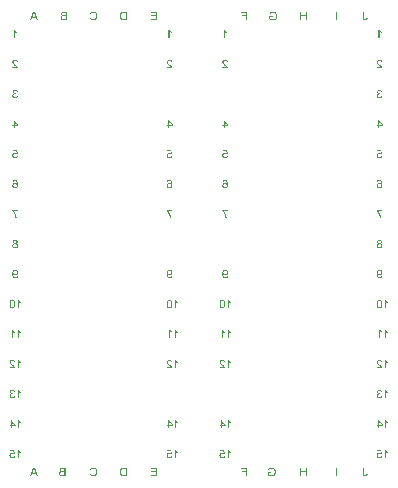
<source format=gbo>
%FSLAX33Y33*%
%MOMM*%
%LNbottom silkscreen_traces*%
%LNbottom silkscreen component 0b8c0f4da174c7f8*%
G36*
G01*
X23158Y41783D02*
X23158Y42510D01*
X22667Y42510D01*
X22667Y42424D01*
X23061Y42424D01*
X23061Y42199D01*
X22720Y42199D01*
X22720Y42113D01*
X23061Y42113D01*
X23061Y41783D01*
X23158Y41783D01*
X23158Y41783D01*
X25362Y42068D02*
X25362Y42154D01*
X25054Y42154D01*
X25054Y41884D01*
X25090Y41858D01*
X25126Y41835D01*
X25163Y41815D01*
X25201Y41799D01*
X25239Y41787D01*
X25277Y41778D01*
X25316Y41772D01*
X25355Y41771D01*
X25408Y41773D01*
X25458Y41782D01*
X25505Y41796D01*
X25550Y41816D01*
X25591Y41842D01*
X25627Y41873D01*
X25657Y41908D01*
X25682Y41949D01*
X25702Y41994D01*
X25716Y42041D01*
X25724Y42091D01*
X25727Y42143D01*
X25724Y42195D01*
X25716Y42246D01*
X25702Y42294D01*
X25683Y42341D01*
X25658Y42384D01*
X25628Y42422D01*
X25594Y42453D01*
X25555Y42478D01*
X25512Y42498D01*
X25465Y42512D01*
X25416Y42520D01*
X25363Y42523D01*
X25324Y42521D01*
X25288Y42516D01*
X25253Y42508D01*
X25220Y42497D01*
X25190Y42483D01*
X25163Y42467D01*
X25140Y42448D01*
X25120Y42426D01*
X25103Y42401D01*
X25088Y42373D01*
X25076Y42342D01*
X25065Y42307D01*
X25152Y42283D01*
X25161Y42309D01*
X25170Y42333D01*
X25181Y42353D01*
X25193Y42370D01*
X25206Y42385D01*
X25222Y42399D01*
X25241Y42411D01*
X25262Y42421D01*
X25285Y42430D01*
X25310Y42436D01*
X25335Y42439D01*
X25362Y42440D01*
X25394Y42439D01*
X25424Y42435D01*
X25451Y42429D01*
X25476Y42420D01*
X25499Y42409D01*
X25520Y42397D01*
X25538Y42383D01*
X25554Y42367D01*
X25568Y42351D01*
X25580Y42333D01*
X25591Y42315D01*
X25600Y42295D01*
X25612Y42261D01*
X25621Y42225D01*
X25626Y42188D01*
X25628Y42149D01*
X25626Y42102D01*
X25619Y42060D01*
X25609Y42021D01*
X25594Y41986D01*
X25576Y41956D01*
X25553Y41929D01*
X25527Y41907D01*
X25497Y41889D01*
X25464Y41875D01*
X25431Y41865D01*
X25396Y41859D01*
X25361Y41857D01*
X25330Y41859D01*
X25299Y41863D01*
X25269Y41871D01*
X25239Y41881D01*
X25211Y41894D01*
X25186Y41906D01*
X25166Y41919D01*
X25148Y41933D01*
X25148Y42068D01*
X25362Y42068D01*
X25362Y42068D01*
X28240Y41783D02*
X28240Y42510D01*
X28143Y42510D01*
X28143Y42212D01*
X27765Y42212D01*
X27765Y42510D01*
X27669Y42510D01*
X27669Y41783D01*
X27765Y41783D01*
X27765Y42126D01*
X28143Y42126D01*
X28143Y41783D01*
X28240Y41783D01*
X28240Y41783D01*
X30766Y41783D02*
X30766Y42510D01*
X30670Y42510D01*
X30670Y41783D01*
X30766Y41783D01*
X30766Y41783D01*
X33372Y41989D02*
X33285Y42001D01*
X33282Y41963D01*
X33275Y41931D01*
X33266Y41906D01*
X33254Y41887D01*
X33238Y41874D01*
X33221Y41864D01*
X33200Y41858D01*
X33177Y41856D01*
X33159Y41857D01*
X33143Y41861D01*
X33128Y41866D01*
X33114Y41873D01*
X33102Y41882D01*
X33092Y41893D01*
X33084Y41905D01*
X33078Y41918D01*
X33074Y41935D01*
X33071Y41955D01*
X33069Y41980D01*
X33068Y42009D01*
X33068Y42510D01*
X32972Y42510D01*
X32972Y42015D01*
X32973Y41972D01*
X32977Y41934D01*
X32984Y41901D01*
X32994Y41873D01*
X33007Y41850D01*
X33022Y41829D01*
X33042Y41812D01*
X33064Y41797D01*
X33089Y41785D01*
X33116Y41777D01*
X33145Y41772D01*
X33176Y41771D01*
X33221Y41774D01*
X33261Y41784D01*
X33295Y41802D01*
X33323Y41826D01*
X33345Y41857D01*
X33361Y41894D01*
X33369Y41938D01*
X33372Y41989D01*
X33372Y41989D01*
X34292Y40259D02*
X34382Y40259D01*
X34382Y40828D01*
X34399Y40813D01*
X34419Y40797D01*
X34441Y40782D01*
X34466Y40767D01*
X34492Y40752D01*
X34516Y40740D01*
X34539Y40729D01*
X34560Y40720D01*
X34560Y40807D01*
X34524Y40825D01*
X34490Y40846D01*
X34459Y40868D01*
X34429Y40892D01*
X34403Y40917D01*
X34382Y40941D01*
X34364Y40965D01*
X34350Y40989D01*
X34292Y40989D01*
X34292Y40259D01*
X34292Y40259D01*
X34160Y37805D02*
X34160Y37719D01*
X34640Y37719D01*
X34640Y37735D01*
X34638Y37751D01*
X34635Y37766D01*
X34630Y37781D01*
X34619Y37805D01*
X34606Y37830D01*
X34590Y37854D01*
X34571Y37878D01*
X34549Y37902D01*
X34522Y37929D01*
X34490Y37958D01*
X34454Y37988D01*
X34400Y38034D01*
X34355Y38075D01*
X34320Y38111D01*
X34294Y38142D01*
X34276Y38170D01*
X34263Y38197D01*
X34255Y38224D01*
X34252Y38249D01*
X34255Y38275D01*
X34262Y38298D01*
X34274Y38320D01*
X34290Y38339D01*
X34311Y38355D01*
X34334Y38366D01*
X34360Y38373D01*
X34389Y38375D01*
X34420Y38373D01*
X34447Y38366D01*
X34471Y38354D01*
X34492Y38337D01*
X34509Y38315D01*
X34522Y38290D01*
X34529Y38262D01*
X34532Y38229D01*
X34623Y38239D01*
X34615Y38287D01*
X34601Y38329D01*
X34580Y38365D01*
X34552Y38395D01*
X34519Y38419D01*
X34480Y38436D01*
X34436Y38446D01*
X34387Y38449D01*
X34338Y38446D01*
X34293Y38435D01*
X34255Y38417D01*
X34222Y38391D01*
X34195Y38360D01*
X34176Y38326D01*
X34164Y38289D01*
X34161Y38247D01*
X34162Y38226D01*
X34165Y38204D01*
X34171Y38183D01*
X34178Y38162D01*
X34189Y38140D01*
X34202Y38118D01*
X34218Y38096D01*
X34238Y38073D01*
X34262Y38047D01*
X34293Y38017D01*
X34331Y37983D01*
X34375Y37945D01*
X34412Y37914D01*
X34441Y37888D01*
X34464Y37868D01*
X34479Y37853D01*
X34489Y37841D01*
X34499Y37829D01*
X34508Y37817D01*
X34516Y37805D01*
X34160Y37805D01*
X34160Y37805D01*
X34628Y35371D02*
X34539Y35383D01*
X34530Y35348D01*
X34518Y35318D01*
X34504Y35293D01*
X34487Y35274D01*
X34467Y35259D01*
X34446Y35248D01*
X34422Y35242D01*
X34397Y35240D01*
X34366Y35243D01*
X34339Y35251D01*
X34313Y35265D01*
X34290Y35284D01*
X34271Y35307D01*
X34258Y35333D01*
X34250Y35361D01*
X34247Y35392D01*
X34249Y35421D01*
X34257Y35448D01*
X34269Y35472D01*
X34287Y35493D01*
X34308Y35511D01*
X34333Y35523D01*
X34360Y35531D01*
X34389Y35533D01*
X34403Y35533D01*
X34418Y35531D01*
X34434Y35528D01*
X34452Y35523D01*
X34442Y35602D01*
X34438Y35601D01*
X34434Y35601D01*
X34431Y35601D01*
X34428Y35601D01*
X34400Y35603D01*
X34374Y35608D01*
X34349Y35617D01*
X34325Y35630D01*
X34305Y35647D01*
X34291Y35668D01*
X34282Y35693D01*
X34280Y35722D01*
X34282Y35746D01*
X34288Y35767D01*
X34298Y35786D01*
X34313Y35804D01*
X34331Y35818D01*
X34351Y35828D01*
X34374Y35834D01*
X34399Y35836D01*
X34424Y35834D01*
X34446Y35828D01*
X34467Y35817D01*
X34485Y35803D01*
X34501Y35785D01*
X34514Y35762D01*
X34524Y35736D01*
X34530Y35705D01*
X34619Y35721D01*
X34609Y35763D01*
X34593Y35800D01*
X34571Y35833D01*
X34545Y35860D01*
X34514Y35881D01*
X34480Y35897D01*
X34442Y35906D01*
X34401Y35909D01*
X34371Y35908D01*
X34343Y35903D01*
X34317Y35895D01*
X34291Y35884D01*
X34267Y35870D01*
X34247Y35854D01*
X34229Y35835D01*
X34214Y35814D01*
X34203Y35792D01*
X34194Y35768D01*
X34189Y35745D01*
X34188Y35720D01*
X34189Y35697D01*
X34194Y35675D01*
X34202Y35654D01*
X34213Y35634D01*
X34227Y35616D01*
X34244Y35600D01*
X34265Y35585D01*
X34288Y35573D01*
X34258Y35563D01*
X34231Y35550D01*
X34207Y35533D01*
X34188Y35511D01*
X34172Y35486D01*
X34161Y35458D01*
X34154Y35428D01*
X34152Y35394D01*
X34156Y35348D01*
X34169Y35306D01*
X34191Y35267D01*
X34222Y35232D01*
X34259Y35203D01*
X34300Y35183D01*
X34346Y35170D01*
X34397Y35166D01*
X34443Y35170D01*
X34485Y35180D01*
X34522Y35198D01*
X34556Y35223D01*
X34584Y35254D01*
X34606Y35289D01*
X34620Y35328D01*
X34628Y35371D01*
X34628Y35371D01*
X34343Y32639D02*
X34343Y32813D01*
X34658Y32813D01*
X34658Y32895D01*
X34399Y33263D01*
X34343Y33223D01*
X34570Y32895D01*
X34343Y32895D01*
X34343Y32895D01*
X34343Y33223D01*
X34399Y33263D01*
X34326Y33366D01*
X34253Y33366D01*
X34253Y32895D01*
X34155Y32895D01*
X34155Y32813D01*
X34253Y32813D01*
X34253Y32639D01*
X34343Y32639D01*
X34343Y32639D01*
X34629Y30290D02*
X34535Y30297D01*
X34528Y30265D01*
X34518Y30237D01*
X34504Y30214D01*
X34487Y30194D01*
X34467Y30179D01*
X34445Y30169D01*
X34421Y30162D01*
X34395Y30160D01*
X34364Y30163D01*
X34336Y30172D01*
X34310Y30187D01*
X34286Y30209D01*
X34266Y30235D01*
X34253Y30265D01*
X34244Y30299D01*
X34241Y30338D01*
X34244Y30374D01*
X34252Y30406D01*
X34266Y30434D01*
X34284Y30458D01*
X34307Y30477D01*
X34334Y30491D01*
X34364Y30500D01*
X34397Y30502D01*
X34418Y30501D01*
X34438Y30497D01*
X34457Y30491D01*
X34475Y30483D01*
X34491Y30472D01*
X34506Y30460D01*
X34518Y30447D01*
X34529Y30432D01*
X34613Y30443D01*
X34543Y30816D01*
X34181Y30816D01*
X34181Y30731D01*
X34471Y30731D01*
X34510Y30536D01*
X34477Y30556D01*
X34443Y30570D01*
X34408Y30578D01*
X34373Y30581D01*
X34327Y30577D01*
X34285Y30565D01*
X34247Y30544D01*
X34212Y30515D01*
X34183Y30480D01*
X34163Y30440D01*
X34151Y30395D01*
X34147Y30346D01*
X34150Y30298D01*
X34161Y30254D01*
X34179Y30213D01*
X34204Y30175D01*
X34242Y30136D01*
X34287Y30109D01*
X34338Y30092D01*
X34395Y30087D01*
X34443Y30090D01*
X34485Y30100D01*
X34523Y30118D01*
X34557Y30142D01*
X34585Y30172D01*
X34606Y30207D01*
X34621Y30246D01*
X34629Y30290D01*
X34629Y30290D01*
X34165Y28108D02*
X34254Y28101D01*
X34261Y28126D01*
X34269Y28147D01*
X34278Y28164D01*
X34288Y28178D01*
X34307Y28194D01*
X34328Y28206D01*
X34352Y28213D01*
X34377Y28216D01*
X34398Y28214D01*
X34417Y28210D01*
X34435Y28202D01*
X34452Y28192D01*
X34472Y28175D01*
X34490Y28154D01*
X34505Y28130D01*
X34519Y28102D01*
X34529Y28070D01*
X34537Y28031D01*
X34542Y27985D01*
X34544Y27934D01*
X34497Y27897D01*
X34506Y27885D01*
X34520Y27858D01*
X34527Y27828D01*
X34530Y27795D01*
X34530Y27795D01*
X34529Y27772D01*
X34525Y27749D01*
X34519Y27728D01*
X34511Y27706D01*
X34500Y27687D01*
X34487Y27669D01*
X34472Y27654D01*
X34456Y27642D01*
X34438Y27632D01*
X34420Y27626D01*
X34401Y27621D01*
X34382Y27620D01*
X34354Y27623D01*
X34329Y27631D01*
X34306Y27646D01*
X34285Y27666D01*
X34267Y27691D01*
X34254Y27719D01*
X34246Y27753D01*
X34244Y27790D01*
X34246Y27825D01*
X34254Y27857D01*
X34266Y27885D01*
X34284Y27908D01*
X34305Y27927D01*
X34329Y27941D01*
X34356Y27949D01*
X34385Y27952D01*
X34414Y27949D01*
X34441Y27941D01*
X34466Y27927D01*
X34488Y27908D01*
X34497Y27897D01*
X34544Y27934D01*
X34527Y27957D01*
X34508Y27977D01*
X34488Y27993D01*
X34465Y28007D01*
X34442Y28017D01*
X34417Y28025D01*
X34393Y28029D01*
X34367Y28031D01*
X34324Y28027D01*
X34285Y28014D01*
X34248Y27994D01*
X34215Y27965D01*
X34188Y27930D01*
X34168Y27890D01*
X34157Y27845D01*
X34153Y27795D01*
X34154Y27762D01*
X34160Y27729D01*
X34169Y27698D01*
X34182Y27668D01*
X34198Y27640D01*
X34217Y27616D01*
X34239Y27595D01*
X34263Y27578D01*
X34290Y27564D01*
X34318Y27554D01*
X34348Y27549D01*
X34380Y27547D01*
X34434Y27552D01*
X34482Y27567D01*
X34525Y27593D01*
X34562Y27629D01*
X34593Y27676D01*
X34615Y27737D01*
X34628Y27812D01*
X34633Y27899D01*
X34628Y27998D01*
X34613Y28081D01*
X34589Y28151D01*
X34555Y28206D01*
X34518Y28242D01*
X34475Y28268D01*
X34426Y28284D01*
X34372Y28289D01*
X34331Y28286D01*
X34294Y28277D01*
X34261Y28262D01*
X34231Y28241D01*
X34207Y28215D01*
X34187Y28184D01*
X34174Y28148D01*
X34165Y28108D01*
X34165Y28108D01*
X34623Y25651D02*
X34623Y25737D01*
X34152Y25737D01*
X34152Y25667D01*
X34187Y25627D01*
X34221Y25581D01*
X34256Y25529D01*
X34290Y25471D01*
X34322Y25409D01*
X34350Y25347D01*
X34375Y25283D01*
X34395Y25219D01*
X34407Y25172D01*
X34417Y25123D01*
X34424Y25072D01*
X34429Y25019D01*
X34521Y25019D01*
X34519Y25064D01*
X34512Y25114D01*
X34502Y25168D01*
X34487Y25226D01*
X34470Y25287D01*
X34448Y25346D01*
X34423Y25404D01*
X34395Y25461D01*
X34364Y25515D01*
X34333Y25565D01*
X34300Y25610D01*
X34267Y25651D01*
X34623Y25651D01*
X34623Y25651D01*
X34491Y22873D02*
X34462Y22818D01*
X34475Y22811D01*
X34497Y22793D01*
X34515Y22771D01*
X34528Y22746D01*
X34535Y22719D01*
X34538Y22689D01*
X34538Y22689D01*
X34537Y22670D01*
X34534Y22651D01*
X34528Y22633D01*
X34520Y22615D01*
X34510Y22598D01*
X34497Y22583D01*
X34483Y22570D01*
X34466Y22560D01*
X34448Y22551D01*
X34429Y22545D01*
X34409Y22541D01*
X34389Y22540D01*
X34359Y22543D01*
X34331Y22550D01*
X34306Y22563D01*
X34284Y22581D01*
X34265Y22603D01*
X34252Y22628D01*
X34244Y22656D01*
X34242Y22686D01*
X34245Y22717D01*
X34253Y22745D01*
X34266Y22770D01*
X34285Y22793D01*
X34308Y22811D01*
X34333Y22824D01*
X34361Y22832D01*
X34392Y22835D01*
X34422Y22832D01*
X34450Y22824D01*
X34462Y22818D01*
X34491Y22873D01*
X34458Y22926D01*
X34438Y22916D01*
X34415Y22910D01*
X34390Y22908D01*
X34365Y22910D01*
X34343Y22916D01*
X34323Y22926D01*
X34305Y22940D01*
X34291Y22957D01*
X34280Y22976D01*
X34274Y22997D01*
X34272Y23020D01*
X34274Y23043D01*
X34281Y23065D01*
X34291Y23085D01*
X34306Y23102D01*
X34324Y23117D01*
X34344Y23127D01*
X34366Y23134D01*
X34391Y23136D01*
X34415Y23134D01*
X34437Y23128D01*
X34458Y23117D01*
X34476Y23103D01*
X34490Y23086D01*
X34501Y23067D01*
X34507Y23047D01*
X34509Y23025D01*
X34509Y23025D01*
X34507Y23000D01*
X34501Y22978D01*
X34491Y22958D01*
X34476Y22940D01*
X34458Y22926D01*
X34491Y22873D01*
X34517Y22885D01*
X34540Y22898D01*
X34559Y22914D01*
X34574Y22931D01*
X34585Y22951D01*
X34594Y22973D01*
X34599Y22996D01*
X34601Y23022D01*
X34597Y23060D01*
X34586Y23095D01*
X34568Y23127D01*
X34544Y23155D01*
X34513Y23179D01*
X34477Y23196D01*
X34437Y23206D01*
X34392Y23209D01*
X34346Y23206D01*
X34306Y23195D01*
X34270Y23178D01*
X34238Y23154D01*
X34213Y23125D01*
X34195Y23093D01*
X34184Y23057D01*
X34180Y23019D01*
X34182Y22995D01*
X34187Y22972D01*
X34195Y22951D01*
X34207Y22931D01*
X34222Y22914D01*
X34240Y22898D01*
X34262Y22885D01*
X34288Y22873D01*
X34256Y22861D01*
X34229Y22845D01*
X34205Y22826D01*
X34186Y22803D01*
X34170Y22777D01*
X34159Y22750D01*
X34153Y22719D01*
X34151Y22687D01*
X34155Y22642D01*
X34167Y22601D01*
X34188Y22564D01*
X34217Y22530D01*
X34252Y22502D01*
X34293Y22482D01*
X34339Y22471D01*
X34390Y22467D01*
X34441Y22471D01*
X34487Y22483D01*
X34528Y22502D01*
X34564Y22530D01*
X34593Y22564D01*
X34613Y22602D01*
X34626Y22644D01*
X34630Y22689D01*
X34628Y22723D01*
X34621Y22755D01*
X34610Y22783D01*
X34594Y22808D01*
X34574Y22830D01*
X34550Y22848D01*
X34523Y22863D01*
X34491Y22873D01*
X34491Y22873D01*
X34615Y20107D02*
X34530Y20115D01*
X34523Y20087D01*
X34514Y20063D01*
X34502Y20043D01*
X34488Y20027D01*
X34471Y20015D01*
X34453Y20007D01*
X34432Y20002D01*
X34409Y20000D01*
X34389Y20001D01*
X34370Y20005D01*
X34353Y20011D01*
X34337Y20019D01*
X34322Y20029D01*
X34309Y20041D01*
X34297Y20054D01*
X34286Y20069D01*
X34277Y20086D01*
X34268Y20106D01*
X34260Y20129D01*
X34253Y20154D01*
X34247Y20181D01*
X34243Y20208D01*
X34240Y20236D01*
X34239Y20263D01*
X34239Y20267D01*
X34240Y20271D01*
X34240Y20276D01*
X34240Y20281D01*
X34285Y20314D01*
X34272Y20332D01*
X34260Y20360D01*
X34252Y20392D01*
X34250Y20428D01*
X34250Y20428D01*
X34252Y20465D01*
X34260Y20497D01*
X34273Y20526D01*
X34291Y20550D01*
X34312Y20570D01*
X34336Y20584D01*
X34361Y20593D01*
X34389Y20595D01*
X34418Y20592D01*
X34445Y20583D01*
X34470Y20568D01*
X34493Y20547D01*
X34512Y20521D01*
X34526Y20491D01*
X34534Y20458D01*
X34537Y20421D01*
X34534Y20388D01*
X34527Y20358D01*
X34513Y20331D01*
X34495Y20308D01*
X34473Y20289D01*
X34448Y20275D01*
X34421Y20267D01*
X34392Y20264D01*
X34362Y20267D01*
X34335Y20275D01*
X34311Y20289D01*
X34290Y20308D01*
X34285Y20314D01*
X34240Y20281D01*
X34255Y20261D01*
X34272Y20243D01*
X34291Y20226D01*
X34313Y20212D01*
X34337Y20200D01*
X34361Y20192D01*
X34387Y20187D01*
X34414Y20186D01*
X34457Y20190D01*
X34497Y20202D01*
X34533Y20222D01*
X34566Y20251D01*
X34594Y20286D01*
X34613Y20327D01*
X34625Y20373D01*
X34629Y20424D01*
X34625Y20476D01*
X34613Y20524D01*
X34592Y20565D01*
X34564Y20602D01*
X34529Y20631D01*
X34490Y20652D01*
X34447Y20665D01*
X34400Y20669D01*
X34365Y20667D01*
X34332Y20660D01*
X34301Y20648D01*
X34270Y20631D01*
X34243Y20610D01*
X34219Y20585D01*
X34198Y20555D01*
X34181Y20522D01*
X34168Y20483D01*
X34158Y20436D01*
X34153Y20381D01*
X34151Y20318D01*
X34152Y20251D01*
X34158Y20192D01*
X34168Y20140D01*
X34181Y20096D01*
X34198Y20057D01*
X34219Y20023D01*
X34243Y19994D01*
X34271Y19970D01*
X34302Y19951D01*
X34336Y19937D01*
X34372Y19929D01*
X34411Y19927D01*
X34452Y19930D01*
X34489Y19938D01*
X34521Y19953D01*
X34550Y19974D01*
X34575Y20000D01*
X34594Y20031D01*
X34607Y20067D01*
X34615Y20107D01*
X34615Y20107D01*
X34851Y14859D02*
X34941Y14859D01*
X34941Y15428D01*
X34958Y15413D01*
X34978Y15397D01*
X35000Y15382D01*
X35025Y15367D01*
X35051Y15352D01*
X35075Y15340D01*
X35098Y15329D01*
X35119Y15320D01*
X35119Y15407D01*
X35083Y15425D01*
X35049Y15446D01*
X35017Y15468D01*
X34988Y15492D01*
X34962Y15517D01*
X34940Y15541D01*
X34923Y15565D01*
X34909Y15589D01*
X34851Y15589D01*
X34851Y14859D01*
X34851Y14859D01*
X34362Y14859D02*
X34451Y14859D01*
X34451Y15428D01*
X34468Y15413D01*
X34488Y15397D01*
X34511Y15382D01*
X34536Y15367D01*
X34561Y15352D01*
X34585Y15340D01*
X34608Y15329D01*
X34630Y15320D01*
X34630Y15407D01*
X34593Y15425D01*
X34559Y15446D01*
X34528Y15468D01*
X34499Y15492D01*
X34473Y15517D01*
X34451Y15541D01*
X34433Y15565D01*
X34419Y15589D01*
X34362Y15589D01*
X34362Y14859D01*
X34362Y14859D01*
X34851Y17399D02*
X34941Y17399D01*
X34941Y17968D01*
X34958Y17953D01*
X34978Y17937D01*
X35000Y17922D01*
X35025Y17907D01*
X35051Y17892D01*
X35075Y17880D01*
X35098Y17869D01*
X35119Y17860D01*
X35119Y17947D01*
X35083Y17965D01*
X35049Y17986D01*
X35017Y18008D01*
X34988Y18032D01*
X34962Y18057D01*
X34940Y18081D01*
X34923Y18105D01*
X34909Y18129D01*
X34851Y18129D01*
X34851Y17399D01*
X34851Y17399D01*
X34623Y17758D02*
X34621Y17819D01*
X34616Y17874D01*
X34608Y17923D01*
X34596Y17965D01*
X34581Y18002D01*
X34563Y18035D01*
X34542Y18063D01*
X34517Y18087D01*
X34489Y18105D01*
X34458Y18119D01*
X34423Y18127D01*
X34385Y18129D01*
X34357Y18128D01*
X34330Y18123D01*
X34306Y18116D01*
X34283Y18106D01*
X34262Y18093D01*
X34242Y18077D01*
X34225Y18059D01*
X34210Y18038D01*
X34196Y18014D01*
X34184Y17988D01*
X34174Y17960D01*
X34165Y17930D01*
X34158Y17895D01*
X34152Y17855D01*
X34149Y17809D01*
X34148Y17758D01*
X34150Y17697D01*
X34155Y17642D01*
X34163Y17593D01*
X34175Y17551D01*
X34189Y17514D01*
X34207Y17481D01*
X34229Y17453D01*
X34253Y17430D01*
X34281Y17411D01*
X34312Y17397D01*
X34347Y17389D01*
X34385Y17387D01*
X34392Y17387D01*
X34385Y17460D01*
X34356Y17464D01*
X34329Y17475D01*
X34304Y17494D01*
X34282Y17520D01*
X34264Y17557D01*
X34251Y17609D01*
X34243Y17676D01*
X34240Y17758D01*
X34243Y17840D01*
X34251Y17907D01*
X34264Y17959D01*
X34282Y17996D01*
X34304Y18022D01*
X34329Y18041D01*
X34356Y18052D01*
X34386Y18055D01*
X34416Y18052D01*
X34442Y18042D01*
X34465Y18026D01*
X34485Y18003D01*
X34505Y17963D01*
X34519Y17909D01*
X34528Y17840D01*
X34531Y17758D01*
X34531Y17758D01*
X34528Y17676D01*
X34520Y17609D01*
X34507Y17556D01*
X34489Y17519D01*
X34467Y17493D01*
X34442Y17475D01*
X34415Y17464D01*
X34385Y17460D01*
X34392Y17387D01*
X34435Y17391D01*
X34479Y17405D01*
X34518Y17429D01*
X34551Y17462D01*
X34582Y17515D01*
X34605Y17581D01*
X34618Y17662D01*
X34623Y17758D01*
X34623Y17758D01*
X34851Y9779D02*
X34941Y9779D01*
X34941Y10348D01*
X34958Y10333D01*
X34978Y10317D01*
X35000Y10302D01*
X35025Y10287D01*
X35051Y10272D01*
X35075Y10260D01*
X35098Y10249D01*
X35119Y10240D01*
X35119Y10327D01*
X35083Y10345D01*
X35049Y10366D01*
X35017Y10388D01*
X34988Y10412D01*
X34962Y10437D01*
X34940Y10461D01*
X34923Y10485D01*
X34909Y10509D01*
X34851Y10509D01*
X34851Y9779D01*
X34851Y9779D01*
X34622Y9971D02*
X34533Y9983D01*
X34524Y9948D01*
X34512Y9918D01*
X34498Y9893D01*
X34480Y9874D01*
X34461Y9859D01*
X34439Y9848D01*
X34416Y9842D01*
X34390Y9840D01*
X34360Y9843D01*
X34332Y9851D01*
X34307Y9865D01*
X34284Y9884D01*
X34265Y9907D01*
X34251Y9933D01*
X34243Y9961D01*
X34241Y9992D01*
X34243Y10021D01*
X34251Y10048D01*
X34263Y10072D01*
X34281Y10093D01*
X34302Y10111D01*
X34326Y10123D01*
X34353Y10131D01*
X34383Y10133D01*
X34396Y10133D01*
X34411Y10131D01*
X34428Y10128D01*
X34446Y10123D01*
X34436Y10202D01*
X34432Y10201D01*
X34428Y10201D01*
X34425Y10201D01*
X34422Y10201D01*
X34394Y10203D01*
X34367Y10208D01*
X34342Y10217D01*
X34319Y10230D01*
X34299Y10247D01*
X34285Y10268D01*
X34276Y10293D01*
X34273Y10322D01*
X34275Y10346D01*
X34282Y10367D01*
X34292Y10386D01*
X34307Y10404D01*
X34324Y10418D01*
X34345Y10428D01*
X34367Y10434D01*
X34392Y10436D01*
X34417Y10434D01*
X34440Y10428D01*
X34461Y10417D01*
X34479Y10403D01*
X34495Y10385D01*
X34508Y10362D01*
X34517Y10336D01*
X34524Y10305D01*
X34613Y10321D01*
X34602Y10363D01*
X34586Y10400D01*
X34565Y10433D01*
X34539Y10460D01*
X34508Y10481D01*
X34474Y10497D01*
X34436Y10506D01*
X34394Y10509D01*
X34365Y10508D01*
X34337Y10503D01*
X34310Y10495D01*
X34285Y10484D01*
X34261Y10470D01*
X34241Y10454D01*
X34223Y10435D01*
X34208Y10414D01*
X34196Y10392D01*
X34188Y10368D01*
X34183Y10345D01*
X34182Y10320D01*
X34183Y10297D01*
X34188Y10275D01*
X34196Y10254D01*
X34207Y10234D01*
X34221Y10216D01*
X34238Y10200D01*
X34258Y10185D01*
X34282Y10173D01*
X34251Y10163D01*
X34224Y10150D01*
X34201Y10133D01*
X34182Y10111D01*
X34166Y10086D01*
X34155Y10058D01*
X34148Y10028D01*
X34146Y9994D01*
X34150Y9948D01*
X34163Y9906D01*
X34185Y9867D01*
X34215Y9832D01*
X34252Y9803D01*
X34294Y9783D01*
X34340Y9770D01*
X34391Y9766D01*
X34437Y9770D01*
X34479Y9780D01*
X34516Y9798D01*
X34550Y9823D01*
X34578Y9854D01*
X34600Y9889D01*
X34614Y9928D01*
X34622Y9971D01*
X34622Y9971D01*
X34851Y7239D02*
X34941Y7239D01*
X34941Y7808D01*
X34958Y7793D01*
X34978Y7777D01*
X35000Y7762D01*
X35025Y7747D01*
X35051Y7732D01*
X35075Y7720D01*
X35098Y7709D01*
X35119Y7700D01*
X35119Y7787D01*
X35083Y7805D01*
X35049Y7826D01*
X35017Y7848D01*
X34988Y7872D01*
X34962Y7897D01*
X34940Y7921D01*
X34923Y7945D01*
X34909Y7969D01*
X34851Y7969D01*
X34851Y7239D01*
X34851Y7239D01*
X34336Y7239D02*
X34336Y7413D01*
X34652Y7413D01*
X34652Y7495D01*
X34393Y7863D01*
X34336Y7823D01*
X34564Y7495D01*
X34336Y7495D01*
X34336Y7495D01*
X34336Y7823D01*
X34393Y7863D01*
X34320Y7966D01*
X34247Y7966D01*
X34247Y7495D01*
X34149Y7495D01*
X34149Y7413D01*
X34247Y7413D01*
X34247Y7239D01*
X34336Y7239D01*
X34336Y7239D01*
X34851Y4699D02*
X34941Y4699D01*
X34941Y5268D01*
X34958Y5253D01*
X34978Y5237D01*
X35000Y5222D01*
X35025Y5207D01*
X35051Y5192D01*
X35075Y5180D01*
X35098Y5169D01*
X35119Y5160D01*
X35119Y5247D01*
X35083Y5265D01*
X35049Y5286D01*
X35017Y5308D01*
X34988Y5332D01*
X34962Y5357D01*
X34940Y5381D01*
X34923Y5405D01*
X34909Y5429D01*
X34851Y5429D01*
X34851Y4699D01*
X34851Y4699D01*
X34623Y4889D02*
X34529Y4897D01*
X34522Y4865D01*
X34512Y4837D01*
X34498Y4814D01*
X34480Y4794D01*
X34460Y4779D01*
X34439Y4769D01*
X34415Y4762D01*
X34389Y4760D01*
X34358Y4763D01*
X34329Y4772D01*
X34303Y4787D01*
X34280Y4809D01*
X34260Y4835D01*
X34246Y4865D01*
X34238Y4899D01*
X34235Y4938D01*
X34238Y4974D01*
X34246Y5006D01*
X34259Y5034D01*
X34278Y5058D01*
X34301Y5077D01*
X34328Y5091D01*
X34357Y5100D01*
X34390Y5102D01*
X34411Y5101D01*
X34431Y5097D01*
X34450Y5091D01*
X34468Y5083D01*
X34485Y5072D01*
X34499Y5060D01*
X34512Y5047D01*
X34523Y5032D01*
X34607Y5043D01*
X34536Y5416D01*
X34175Y5416D01*
X34175Y5331D01*
X34465Y5331D01*
X34504Y5136D01*
X34471Y5156D01*
X34437Y5170D01*
X34402Y5178D01*
X34367Y5181D01*
X34321Y5177D01*
X34279Y5165D01*
X34240Y5144D01*
X34206Y5115D01*
X34177Y5080D01*
X34157Y5040D01*
X34144Y4995D01*
X34140Y4946D01*
X34144Y4898D01*
X34155Y4854D01*
X34173Y4813D01*
X34198Y4775D01*
X34236Y4736D01*
X34281Y4709D01*
X34332Y4692D01*
X34389Y4687D01*
X34436Y4690D01*
X34479Y4700D01*
X34517Y4718D01*
X34551Y4742D01*
X34579Y4772D01*
X34600Y4807D01*
X34615Y4846D01*
X34623Y4889D01*
X34623Y4889D01*
X34851Y12319D02*
X34941Y12319D01*
X34941Y12888D01*
X34958Y12873D01*
X34978Y12857D01*
X35000Y12842D01*
X35025Y12827D01*
X35051Y12812D01*
X35075Y12800D01*
X35098Y12789D01*
X35119Y12780D01*
X35119Y12867D01*
X35083Y12885D01*
X35049Y12906D01*
X35017Y12928D01*
X34988Y12952D01*
X34962Y12977D01*
X34940Y13001D01*
X34923Y13025D01*
X34909Y13049D01*
X34851Y13049D01*
X34851Y12319D01*
X34851Y12319D01*
X34153Y12405D02*
X34153Y12319D01*
X34634Y12319D01*
X34634Y12335D01*
X34632Y12351D01*
X34628Y12366D01*
X34624Y12381D01*
X34613Y12405D01*
X34600Y12430D01*
X34584Y12454D01*
X34565Y12478D01*
X34542Y12502D01*
X34515Y12529D01*
X34484Y12558D01*
X34448Y12588D01*
X34393Y12634D01*
X34349Y12675D01*
X34313Y12711D01*
X34288Y12742D01*
X34269Y12770D01*
X34256Y12797D01*
X34249Y12824D01*
X34246Y12849D01*
X34248Y12875D01*
X34256Y12898D01*
X34267Y12920D01*
X34284Y12939D01*
X34304Y12955D01*
X34328Y12966D01*
X34354Y12973D01*
X34383Y12975D01*
X34414Y12973D01*
X34441Y12966D01*
X34465Y12954D01*
X34486Y12937D01*
X34503Y12915D01*
X34515Y12890D01*
X34523Y12862D01*
X34525Y12829D01*
X34617Y12839D01*
X34609Y12887D01*
X34595Y12929D01*
X34574Y12965D01*
X34546Y12995D01*
X34513Y13019D01*
X34474Y13036D01*
X34430Y13046D01*
X34381Y13049D01*
X34331Y13046D01*
X34287Y13035D01*
X34249Y13017D01*
X34215Y12991D01*
X34189Y12960D01*
X34170Y12926D01*
X34158Y12889D01*
X34154Y12847D01*
X34155Y12826D01*
X34159Y12804D01*
X34164Y12783D01*
X34172Y12762D01*
X34183Y12740D01*
X34196Y12718D01*
X34212Y12696D01*
X34231Y12673D01*
X34256Y12647D01*
X34287Y12617D01*
X34324Y12583D01*
X34369Y12545D01*
X34406Y12514D01*
X34435Y12488D01*
X34457Y12468D01*
X34472Y12453D01*
X34483Y12441D01*
X34493Y12429D01*
X34502Y12417D01*
X34510Y12405D01*
X34153Y12405D01*
X34153Y12405D01*
X21211Y40259D02*
X21301Y40259D01*
X21301Y40828D01*
X21318Y40813D01*
X21338Y40797D01*
X21360Y40782D01*
X21385Y40767D01*
X21411Y40752D01*
X21435Y40740D01*
X21458Y40729D01*
X21479Y40720D01*
X21479Y40807D01*
X21443Y40825D01*
X21409Y40846D01*
X21378Y40868D01*
X21348Y40892D01*
X21322Y40917D01*
X21301Y40941D01*
X21283Y40965D01*
X21269Y40989D01*
X21211Y40989D01*
X21211Y40259D01*
X21211Y40259D01*
X21079Y37805D02*
X21079Y37719D01*
X21559Y37719D01*
X21559Y37735D01*
X21557Y37751D01*
X21554Y37766D01*
X21549Y37781D01*
X21538Y37805D01*
X21525Y37830D01*
X21509Y37854D01*
X21490Y37878D01*
X21468Y37902D01*
X21441Y37929D01*
X21409Y37958D01*
X21373Y37988D01*
X21319Y38034D01*
X21274Y38075D01*
X21239Y38111D01*
X21213Y38142D01*
X21195Y38170D01*
X21182Y38197D01*
X21174Y38224D01*
X21171Y38249D01*
X21174Y38275D01*
X21181Y38298D01*
X21193Y38320D01*
X21209Y38339D01*
X21230Y38355D01*
X21253Y38366D01*
X21279Y38373D01*
X21308Y38375D01*
X21339Y38373D01*
X21366Y38366D01*
X21390Y38354D01*
X21411Y38337D01*
X21428Y38315D01*
X21441Y38290D01*
X21448Y38262D01*
X21451Y38229D01*
X21542Y38239D01*
X21534Y38287D01*
X21520Y38329D01*
X21499Y38365D01*
X21471Y38395D01*
X21438Y38419D01*
X21399Y38436D01*
X21355Y38446D01*
X21306Y38449D01*
X21257Y38446D01*
X21212Y38435D01*
X21174Y38417D01*
X21141Y38391D01*
X21114Y38360D01*
X21095Y38326D01*
X21083Y38289D01*
X21080Y38247D01*
X21081Y38226D01*
X21084Y38204D01*
X21090Y38183D01*
X21097Y38162D01*
X21108Y38140D01*
X21121Y38118D01*
X21137Y38096D01*
X21157Y38073D01*
X21181Y38047D01*
X21212Y38017D01*
X21250Y37983D01*
X21294Y37945D01*
X21331Y37914D01*
X21360Y37888D01*
X21383Y37868D01*
X21398Y37853D01*
X21408Y37841D01*
X21418Y37829D01*
X21427Y37817D01*
X21435Y37805D01*
X21079Y37805D01*
X21079Y37805D01*
X21262Y32639D02*
X21262Y32813D01*
X21577Y32813D01*
X21577Y32895D01*
X21318Y33263D01*
X21262Y33223D01*
X21489Y32895D01*
X21262Y32895D01*
X21262Y32895D01*
X21262Y33223D01*
X21318Y33263D01*
X21245Y33366D01*
X21172Y33366D01*
X21172Y32895D01*
X21074Y32895D01*
X21074Y32813D01*
X21172Y32813D01*
X21172Y32639D01*
X21262Y32639D01*
X21262Y32639D01*
X21548Y30290D02*
X21454Y30297D01*
X21447Y30265D01*
X21437Y30237D01*
X21423Y30214D01*
X21406Y30194D01*
X21386Y30179D01*
X21364Y30169D01*
X21340Y30162D01*
X21314Y30160D01*
X21283Y30163D01*
X21255Y30172D01*
X21229Y30187D01*
X21205Y30209D01*
X21185Y30235D01*
X21172Y30265D01*
X21163Y30299D01*
X21160Y30338D01*
X21163Y30374D01*
X21171Y30406D01*
X21185Y30434D01*
X21203Y30458D01*
X21226Y30477D01*
X21253Y30491D01*
X21283Y30500D01*
X21316Y30502D01*
X21337Y30501D01*
X21357Y30497D01*
X21376Y30491D01*
X21394Y30483D01*
X21410Y30472D01*
X21425Y30460D01*
X21437Y30447D01*
X21448Y30432D01*
X21532Y30443D01*
X21462Y30816D01*
X21100Y30816D01*
X21100Y30731D01*
X21390Y30731D01*
X21429Y30536D01*
X21396Y30556D01*
X21362Y30570D01*
X21327Y30578D01*
X21292Y30581D01*
X21246Y30577D01*
X21204Y30565D01*
X21166Y30544D01*
X21131Y30515D01*
X21102Y30480D01*
X21082Y30440D01*
X21070Y30395D01*
X21066Y30346D01*
X21069Y30298D01*
X21080Y30254D01*
X21098Y30213D01*
X21123Y30175D01*
X21161Y30136D01*
X21206Y30109D01*
X21257Y30092D01*
X21314Y30087D01*
X21362Y30090D01*
X21404Y30100D01*
X21442Y30118D01*
X21476Y30142D01*
X21504Y30172D01*
X21525Y30207D01*
X21540Y30246D01*
X21548Y30290D01*
X21548Y30290D01*
X21084Y28108D02*
X21173Y28101D01*
X21180Y28126D01*
X21188Y28147D01*
X21197Y28164D01*
X21207Y28178D01*
X21226Y28194D01*
X21247Y28206D01*
X21271Y28213D01*
X21296Y28216D01*
X21317Y28214D01*
X21336Y28210D01*
X21354Y28202D01*
X21371Y28192D01*
X21391Y28175D01*
X21409Y28154D01*
X21424Y28130D01*
X21438Y28102D01*
X21448Y28070D01*
X21456Y28031D01*
X21461Y27985D01*
X21463Y27934D01*
X21416Y27897D01*
X21425Y27885D01*
X21439Y27858D01*
X21446Y27828D01*
X21449Y27795D01*
X21449Y27795D01*
X21448Y27772D01*
X21444Y27749D01*
X21438Y27728D01*
X21430Y27706D01*
X21419Y27687D01*
X21406Y27669D01*
X21391Y27654D01*
X21375Y27642D01*
X21357Y27632D01*
X21339Y27626D01*
X21320Y27621D01*
X21301Y27620D01*
X21273Y27623D01*
X21248Y27631D01*
X21225Y27646D01*
X21204Y27666D01*
X21186Y27691D01*
X21173Y27719D01*
X21165Y27753D01*
X21163Y27790D01*
X21165Y27825D01*
X21173Y27857D01*
X21185Y27885D01*
X21203Y27908D01*
X21224Y27927D01*
X21248Y27941D01*
X21275Y27949D01*
X21304Y27952D01*
X21333Y27949D01*
X21360Y27941D01*
X21385Y27927D01*
X21407Y27908D01*
X21416Y27897D01*
X21463Y27934D01*
X21446Y27957D01*
X21427Y27977D01*
X21407Y27993D01*
X21384Y28007D01*
X21361Y28017D01*
X21336Y28025D01*
X21312Y28029D01*
X21286Y28031D01*
X21243Y28027D01*
X21204Y28014D01*
X21167Y27994D01*
X21134Y27965D01*
X21107Y27930D01*
X21087Y27890D01*
X21076Y27845D01*
X21072Y27795D01*
X21073Y27762D01*
X21079Y27729D01*
X21088Y27698D01*
X21101Y27668D01*
X21117Y27640D01*
X21136Y27616D01*
X21158Y27595D01*
X21182Y27578D01*
X21209Y27564D01*
X21237Y27554D01*
X21267Y27549D01*
X21299Y27547D01*
X21353Y27552D01*
X21401Y27567D01*
X21444Y27593D01*
X21481Y27629D01*
X21512Y27676D01*
X21534Y27737D01*
X21547Y27812D01*
X21552Y27899D01*
X21547Y27998D01*
X21532Y28081D01*
X21508Y28151D01*
X21474Y28206D01*
X21437Y28242D01*
X21394Y28268D01*
X21345Y28284D01*
X21291Y28289D01*
X21250Y28286D01*
X21213Y28277D01*
X21180Y28262D01*
X21150Y28241D01*
X21126Y28215D01*
X21106Y28184D01*
X21093Y28148D01*
X21084Y28108D01*
X21084Y28108D01*
X21542Y25651D02*
X21542Y25737D01*
X21071Y25737D01*
X21071Y25667D01*
X21106Y25627D01*
X21140Y25581D01*
X21175Y25529D01*
X21209Y25471D01*
X21241Y25409D01*
X21269Y25347D01*
X21294Y25283D01*
X21314Y25219D01*
X21326Y25172D01*
X21336Y25123D01*
X21343Y25072D01*
X21348Y25019D01*
X21440Y25019D01*
X21438Y25064D01*
X21431Y25114D01*
X21421Y25168D01*
X21406Y25226D01*
X21389Y25287D01*
X21367Y25346D01*
X21342Y25404D01*
X21314Y25461D01*
X21283Y25515D01*
X21252Y25565D01*
X21219Y25610D01*
X21186Y25651D01*
X21542Y25651D01*
X21542Y25651D01*
X21534Y20107D02*
X21449Y20115D01*
X21442Y20087D01*
X21433Y20063D01*
X21421Y20043D01*
X21407Y20027D01*
X21390Y20015D01*
X21372Y20007D01*
X21351Y20002D01*
X21328Y20000D01*
X21308Y20001D01*
X21289Y20005D01*
X21272Y20011D01*
X21256Y20019D01*
X21241Y20029D01*
X21228Y20041D01*
X21216Y20054D01*
X21205Y20069D01*
X21196Y20086D01*
X21187Y20106D01*
X21179Y20129D01*
X21172Y20154D01*
X21166Y20181D01*
X21162Y20208D01*
X21159Y20236D01*
X21158Y20263D01*
X21158Y20267D01*
X21159Y20271D01*
X21159Y20276D01*
X21159Y20281D01*
X21204Y20314D01*
X21191Y20332D01*
X21179Y20360D01*
X21171Y20392D01*
X21169Y20428D01*
X21169Y20428D01*
X21171Y20465D01*
X21179Y20497D01*
X21192Y20526D01*
X21210Y20550D01*
X21231Y20570D01*
X21255Y20584D01*
X21280Y20593D01*
X21308Y20595D01*
X21337Y20592D01*
X21364Y20583D01*
X21389Y20568D01*
X21412Y20547D01*
X21431Y20521D01*
X21445Y20491D01*
X21453Y20458D01*
X21456Y20421D01*
X21453Y20388D01*
X21446Y20358D01*
X21432Y20331D01*
X21414Y20308D01*
X21392Y20289D01*
X21367Y20275D01*
X21340Y20267D01*
X21311Y20264D01*
X21281Y20267D01*
X21254Y20275D01*
X21230Y20289D01*
X21209Y20308D01*
X21204Y20314D01*
X21159Y20281D01*
X21174Y20261D01*
X21191Y20243D01*
X21210Y20226D01*
X21232Y20212D01*
X21256Y20200D01*
X21280Y20192D01*
X21306Y20187D01*
X21333Y20186D01*
X21376Y20190D01*
X21416Y20202D01*
X21452Y20222D01*
X21485Y20251D01*
X21513Y20286D01*
X21532Y20327D01*
X21544Y20373D01*
X21548Y20424D01*
X21544Y20476D01*
X21532Y20524D01*
X21511Y20565D01*
X21483Y20602D01*
X21448Y20631D01*
X21409Y20652D01*
X21366Y20665D01*
X21319Y20669D01*
X21284Y20667D01*
X21251Y20660D01*
X21220Y20648D01*
X21189Y20631D01*
X21162Y20610D01*
X21138Y20585D01*
X21117Y20555D01*
X21100Y20522D01*
X21087Y20483D01*
X21077Y20436D01*
X21072Y20381D01*
X21070Y20318D01*
X21071Y20251D01*
X21077Y20192D01*
X21087Y20140D01*
X21100Y20096D01*
X21117Y20057D01*
X21138Y20023D01*
X21162Y19994D01*
X21190Y19970D01*
X21221Y19951D01*
X21255Y19937D01*
X21291Y19929D01*
X21330Y19927D01*
X21371Y19930D01*
X21408Y19938D01*
X21440Y19953D01*
X21469Y19974D01*
X21494Y20000D01*
X21513Y20031D01*
X21526Y20067D01*
X21534Y20107D01*
X21534Y20107D01*
X21542Y17399D02*
X21631Y17399D01*
X21631Y17968D01*
X21648Y17953D01*
X21668Y17937D01*
X21691Y17922D01*
X21716Y17907D01*
X21741Y17892D01*
X21765Y17880D01*
X21788Y17869D01*
X21810Y17860D01*
X21810Y17947D01*
X21773Y17965D01*
X21739Y17986D01*
X21708Y18008D01*
X21679Y18032D01*
X21653Y18057D01*
X21631Y18081D01*
X21613Y18105D01*
X21599Y18129D01*
X21542Y18129D01*
X21542Y17399D01*
X21542Y17399D01*
X21313Y17758D02*
X21311Y17819D01*
X21306Y17874D01*
X21298Y17923D01*
X21286Y17965D01*
X21272Y18002D01*
X21253Y18035D01*
X21232Y18063D01*
X21208Y18087D01*
X21180Y18105D01*
X21148Y18119D01*
X21114Y18127D01*
X21076Y18129D01*
X21047Y18128D01*
X21021Y18123D01*
X20996Y18116D01*
X20973Y18106D01*
X20952Y18093D01*
X20933Y18077D01*
X20916Y18059D01*
X20900Y18038D01*
X20887Y18014D01*
X20875Y17988D01*
X20864Y17960D01*
X20855Y17930D01*
X20848Y17895D01*
X20843Y17855D01*
X20840Y17809D01*
X20839Y17758D01*
X20840Y17697D01*
X20845Y17642D01*
X20853Y17593D01*
X20865Y17551D01*
X20880Y17514D01*
X20898Y17481D01*
X20919Y17453D01*
X20944Y17430D01*
X20972Y17411D01*
X21003Y17397D01*
X21038Y17389D01*
X21076Y17387D01*
X21083Y17387D01*
X21076Y17460D01*
X21046Y17464D01*
X21019Y17475D01*
X20995Y17494D01*
X20972Y17520D01*
X20954Y17557D01*
X20941Y17609D01*
X20933Y17676D01*
X20930Y17758D01*
X20933Y17840D01*
X20941Y17907D01*
X20954Y17959D01*
X20972Y17996D01*
X20995Y18022D01*
X21019Y18041D01*
X21047Y18052D01*
X21077Y18055D01*
X21106Y18052D01*
X21132Y18042D01*
X21155Y18026D01*
X21175Y18003D01*
X21195Y17963D01*
X21210Y17909D01*
X21218Y17840D01*
X21221Y17758D01*
X21221Y17758D01*
X21219Y17676D01*
X21211Y17609D01*
X21198Y17556D01*
X21179Y17519D01*
X21157Y17493D01*
X21132Y17475D01*
X21105Y17464D01*
X21076Y17460D01*
X21083Y17387D01*
X21126Y17391D01*
X21170Y17405D01*
X21208Y17429D01*
X21241Y17462D01*
X21273Y17515D01*
X21295Y17581D01*
X21308Y17662D01*
X21313Y17758D01*
X21313Y17758D01*
X21542Y14859D02*
X21631Y14859D01*
X21631Y15428D01*
X21648Y15413D01*
X21668Y15397D01*
X21691Y15382D01*
X21716Y15367D01*
X21741Y15352D01*
X21765Y15340D01*
X21788Y15329D01*
X21810Y15320D01*
X21810Y15407D01*
X21773Y15425D01*
X21739Y15446D01*
X21708Y15468D01*
X21679Y15492D01*
X21653Y15517D01*
X21631Y15541D01*
X21613Y15565D01*
X21599Y15589D01*
X21542Y15589D01*
X21542Y14859D01*
X21542Y14859D01*
X21052Y14859D02*
X21141Y14859D01*
X21141Y15428D01*
X21159Y15413D01*
X21179Y15397D01*
X21201Y15382D01*
X21226Y15367D01*
X21251Y15352D01*
X21276Y15340D01*
X21298Y15329D01*
X21320Y15320D01*
X21320Y15407D01*
X21284Y15425D01*
X21250Y15446D01*
X21218Y15468D01*
X21189Y15492D01*
X21163Y15517D01*
X21141Y15541D01*
X21123Y15565D01*
X21110Y15589D01*
X21052Y15589D01*
X21052Y14859D01*
X21052Y14859D01*
X21542Y12319D02*
X21631Y12319D01*
X21631Y12888D01*
X21648Y12873D01*
X21668Y12857D01*
X21691Y12842D01*
X21716Y12827D01*
X21741Y12812D01*
X21765Y12800D01*
X21788Y12789D01*
X21810Y12780D01*
X21810Y12867D01*
X21773Y12885D01*
X21739Y12906D01*
X21708Y12928D01*
X21679Y12952D01*
X21653Y12977D01*
X21631Y13001D01*
X21613Y13025D01*
X21599Y13049D01*
X21542Y13049D01*
X21542Y12319D01*
X21542Y12319D01*
X20844Y12405D02*
X20844Y12319D01*
X21324Y12319D01*
X21324Y12335D01*
X21322Y12351D01*
X21319Y12366D01*
X21314Y12381D01*
X21303Y12405D01*
X21290Y12430D01*
X21274Y12454D01*
X21255Y12478D01*
X21233Y12502D01*
X21206Y12529D01*
X21174Y12558D01*
X21138Y12588D01*
X21084Y12634D01*
X21039Y12675D01*
X21004Y12711D01*
X20978Y12742D01*
X20960Y12770D01*
X20947Y12797D01*
X20939Y12824D01*
X20936Y12849D01*
X20939Y12875D01*
X20946Y12898D01*
X20958Y12920D01*
X20974Y12939D01*
X20995Y12955D01*
X21018Y12966D01*
X21044Y12973D01*
X21073Y12975D01*
X21104Y12973D01*
X21131Y12966D01*
X21156Y12954D01*
X21177Y12937D01*
X21194Y12915D01*
X21206Y12890D01*
X21213Y12862D01*
X21216Y12829D01*
X21308Y12839D01*
X21300Y12887D01*
X21285Y12929D01*
X21264Y12965D01*
X21237Y12995D01*
X21203Y13019D01*
X21165Y13036D01*
X21121Y13046D01*
X21071Y13049D01*
X21022Y13046D01*
X20978Y13035D01*
X20939Y13017D01*
X20906Y12991D01*
X20879Y12960D01*
X20860Y12926D01*
X20848Y12889D01*
X20845Y12847D01*
X20846Y12826D01*
X20849Y12804D01*
X20855Y12783D01*
X20863Y12762D01*
X20873Y12740D01*
X20886Y12718D01*
X20903Y12696D01*
X20922Y12673D01*
X20946Y12647D01*
X20977Y12617D01*
X21015Y12583D01*
X21059Y12545D01*
X21096Y12514D01*
X21125Y12488D01*
X21148Y12468D01*
X21163Y12453D01*
X21174Y12441D01*
X21183Y12429D01*
X21192Y12417D01*
X21200Y12405D01*
X20844Y12405D01*
X20844Y12405D01*
X21542Y7239D02*
X21631Y7239D01*
X21631Y7808D01*
X21648Y7793D01*
X21668Y7777D01*
X21691Y7762D01*
X21716Y7747D01*
X21741Y7732D01*
X21765Y7720D01*
X21788Y7709D01*
X21810Y7700D01*
X21810Y7787D01*
X21773Y7805D01*
X21739Y7826D01*
X21708Y7848D01*
X21679Y7872D01*
X21653Y7897D01*
X21631Y7921D01*
X21613Y7945D01*
X21599Y7969D01*
X21542Y7969D01*
X21542Y7239D01*
X21542Y7239D01*
X21027Y7239D02*
X21027Y7413D01*
X21342Y7413D01*
X21342Y7495D01*
X21083Y7863D01*
X21027Y7823D01*
X21254Y7495D01*
X21027Y7495D01*
X21027Y7495D01*
X21027Y7823D01*
X21083Y7863D01*
X21010Y7966D01*
X20937Y7966D01*
X20937Y7495D01*
X20839Y7495D01*
X20839Y7413D01*
X20937Y7413D01*
X20937Y7239D01*
X21027Y7239D01*
X21027Y7239D01*
X21542Y4699D02*
X21631Y4699D01*
X21631Y5268D01*
X21648Y5253D01*
X21668Y5237D01*
X21691Y5222D01*
X21716Y5207D01*
X21741Y5192D01*
X21765Y5180D01*
X21788Y5169D01*
X21810Y5160D01*
X21810Y5247D01*
X21773Y5265D01*
X21739Y5286D01*
X21708Y5308D01*
X21679Y5332D01*
X21653Y5357D01*
X21631Y5381D01*
X21613Y5405D01*
X21599Y5429D01*
X21542Y5429D01*
X21542Y4699D01*
X21542Y4699D01*
X21313Y4889D02*
X21219Y4897D01*
X21212Y4865D01*
X21202Y4837D01*
X21188Y4814D01*
X21171Y4794D01*
X21151Y4779D01*
X21129Y4769D01*
X21105Y4762D01*
X21079Y4760D01*
X21048Y4763D01*
X21020Y4772D01*
X20994Y4787D01*
X20970Y4809D01*
X20951Y4835D01*
X20937Y4865D01*
X20928Y4899D01*
X20926Y4938D01*
X20928Y4974D01*
X20936Y5006D01*
X20950Y5034D01*
X20968Y5058D01*
X20992Y5077D01*
X21018Y5091D01*
X21048Y5100D01*
X21081Y5102D01*
X21102Y5101D01*
X21122Y5097D01*
X21141Y5091D01*
X21159Y5083D01*
X21175Y5072D01*
X21190Y5060D01*
X21202Y5047D01*
X21213Y5032D01*
X21297Y5043D01*
X21227Y5416D01*
X20865Y5416D01*
X20865Y5331D01*
X21155Y5331D01*
X21194Y5136D01*
X21161Y5156D01*
X21127Y5170D01*
X21093Y5178D01*
X21057Y5181D01*
X21011Y5177D01*
X20969Y5165D01*
X20931Y5144D01*
X20896Y5115D01*
X20868Y5080D01*
X20847Y5040D01*
X20835Y4995D01*
X20831Y4946D01*
X20834Y4898D01*
X20845Y4854D01*
X20863Y4813D01*
X20888Y4775D01*
X20926Y4736D01*
X20971Y4709D01*
X21022Y4692D01*
X21079Y4687D01*
X21127Y4690D01*
X21169Y4700D01*
X21208Y4718D01*
X21241Y4742D01*
X21269Y4772D01*
X21291Y4807D01*
X21305Y4846D01*
X21313Y4889D01*
X21313Y4889D01*
X23158Y3175D02*
X23158Y3902D01*
X22667Y3902D01*
X22667Y3816D01*
X23061Y3816D01*
X23061Y3591D01*
X22720Y3591D01*
X22720Y3505D01*
X23061Y3505D01*
X23061Y3175D01*
X23158Y3175D01*
X23158Y3175D01*
X25235Y3460D02*
X25235Y3546D01*
X24927Y3546D01*
X24927Y3276D01*
X24963Y3250D01*
X24999Y3227D01*
X25036Y3207D01*
X25074Y3191D01*
X25112Y3179D01*
X25150Y3170D01*
X25189Y3164D01*
X25228Y3163D01*
X25281Y3165D01*
X25331Y3174D01*
X25378Y3188D01*
X25423Y3208D01*
X25464Y3234D01*
X25500Y3265D01*
X25530Y3300D01*
X25555Y3341D01*
X25575Y3386D01*
X25589Y3433D01*
X25597Y3483D01*
X25600Y3535D01*
X25597Y3587D01*
X25589Y3638D01*
X25575Y3686D01*
X25556Y3733D01*
X25531Y3776D01*
X25501Y3814D01*
X25467Y3845D01*
X25428Y3870D01*
X25385Y3890D01*
X25338Y3904D01*
X25289Y3912D01*
X25236Y3915D01*
X25197Y3913D01*
X25161Y3908D01*
X25126Y3900D01*
X25093Y3889D01*
X25063Y3875D01*
X25036Y3859D01*
X25013Y3840D01*
X24993Y3818D01*
X24976Y3793D01*
X24961Y3765D01*
X24949Y3734D01*
X24938Y3699D01*
X25025Y3675D01*
X25034Y3701D01*
X25043Y3725D01*
X25054Y3745D01*
X25066Y3762D01*
X25079Y3777D01*
X25095Y3791D01*
X25114Y3803D01*
X25135Y3813D01*
X25158Y3822D01*
X25183Y3828D01*
X25208Y3831D01*
X25235Y3832D01*
X25267Y3831D01*
X25297Y3827D01*
X25324Y3821D01*
X25349Y3812D01*
X25372Y3801D01*
X25393Y3789D01*
X25411Y3775D01*
X25427Y3759D01*
X25441Y3743D01*
X25453Y3725D01*
X25464Y3707D01*
X25473Y3687D01*
X25485Y3653D01*
X25494Y3617D01*
X25499Y3580D01*
X25501Y3541D01*
X25499Y3494D01*
X25492Y3452D01*
X25482Y3413D01*
X25467Y3378D01*
X25449Y3348D01*
X25426Y3321D01*
X25400Y3299D01*
X25370Y3281D01*
X25337Y3267D01*
X25304Y3257D01*
X25269Y3251D01*
X25234Y3249D01*
X25203Y3251D01*
X25172Y3255D01*
X25142Y3263D01*
X25112Y3273D01*
X25084Y3286D01*
X25059Y3298D01*
X25039Y3311D01*
X25021Y3325D01*
X25021Y3460D01*
X25235Y3460D01*
X25235Y3460D01*
X28240Y3175D02*
X28240Y3902D01*
X28143Y3902D01*
X28143Y3604D01*
X27765Y3604D01*
X27765Y3902D01*
X27669Y3902D01*
X27669Y3175D01*
X27765Y3175D01*
X27765Y3518D01*
X28143Y3518D01*
X28143Y3175D01*
X28240Y3175D01*
X28240Y3175D01*
X30766Y3175D02*
X30766Y3902D01*
X30670Y3902D01*
X30670Y3175D01*
X30766Y3175D01*
X30766Y3175D01*
X33372Y3381D02*
X33285Y3393D01*
X33282Y3355D01*
X33275Y3323D01*
X33266Y3298D01*
X33254Y3279D01*
X33238Y3266D01*
X33221Y3256D01*
X33200Y3250D01*
X33177Y3248D01*
X33159Y3249D01*
X33143Y3253D01*
X33128Y3258D01*
X33114Y3265D01*
X33102Y3274D01*
X33092Y3285D01*
X33084Y3297D01*
X33078Y3310D01*
X33074Y3327D01*
X33071Y3347D01*
X33069Y3372D01*
X33068Y3401D01*
X33068Y3902D01*
X32972Y3902D01*
X32972Y3407D01*
X32973Y3364D01*
X32977Y3326D01*
X32984Y3293D01*
X32994Y3265D01*
X33007Y3242D01*
X33022Y3221D01*
X33042Y3204D01*
X33064Y3189D01*
X33089Y3177D01*
X33116Y3169D01*
X33145Y3164D01*
X33176Y3163D01*
X33221Y3166D01*
X33261Y3176D01*
X33295Y3194D01*
X33323Y3218D01*
X33345Y3249D01*
X33361Y3286D01*
X33369Y3330D01*
X33372Y3381D01*
X33372Y3381D01*
G37*
%LNbottom silkscreen component dc3abb3eeb0ae620*%
G36*
X5462Y41783D02*
X5202Y42460D01*
X5134Y42434D01*
X5141Y42399D01*
X5150Y42364D01*
X5161Y42330D01*
X5173Y42295D01*
X5253Y42082D01*
X5253Y42082D01*
X5006Y42082D01*
X5082Y42283D01*
X5098Y42327D01*
X5112Y42367D01*
X5124Y42402D01*
X5134Y42434D01*
X5202Y42460D01*
X5183Y42510D01*
X5080Y42510D01*
X4782Y41783D01*
X4891Y41783D01*
X4976Y42003D01*
X5280Y42003D01*
X5360Y41783D01*
X5462Y41783D01*
X5462Y41783D01*
X7927Y41783D02*
X7927Y42510D01*
X7654Y42510D01*
X7614Y42509D01*
X7579Y42505D01*
X7547Y42498D01*
X7520Y42488D01*
X7496Y42476D01*
X7475Y42460D01*
X7457Y42442D01*
X7441Y42420D01*
X7429Y42397D01*
X7420Y42373D01*
X7414Y42349D01*
X7413Y42324D01*
X7414Y42301D01*
X7419Y42279D01*
X7427Y42257D01*
X7438Y42236D01*
X7452Y42217D01*
X7470Y42199D01*
X7490Y42184D01*
X7514Y42170D01*
X7543Y42101D01*
X7556Y42107D01*
X7576Y42112D01*
X7601Y42116D01*
X7629Y42118D01*
X7662Y42119D01*
X7830Y42119D01*
X7830Y41869D01*
X7830Y41869D01*
X7649Y41869D01*
X7628Y41869D01*
X7610Y41870D01*
X7595Y41871D01*
X7584Y41872D01*
X7568Y41876D01*
X7553Y41880D01*
X7540Y41886D01*
X7528Y41892D01*
X7518Y41900D01*
X7508Y41909D01*
X7499Y41920D01*
X7492Y41933D01*
X7485Y41946D01*
X7481Y41961D01*
X7478Y41977D01*
X7477Y41994D01*
X7478Y42014D01*
X7482Y42032D01*
X7489Y42049D01*
X7498Y42065D01*
X7509Y42078D01*
X7523Y42090D01*
X7538Y42100D01*
X7543Y42101D01*
X7514Y42170D01*
X7549Y42228D01*
X7536Y42238D01*
X7526Y42249D01*
X7518Y42263D01*
X7512Y42278D01*
X7509Y42295D01*
X7507Y42313D01*
X7508Y42330D01*
X7512Y42347D01*
X7517Y42362D01*
X7525Y42377D01*
X7534Y42389D01*
X7546Y42400D01*
X7559Y42408D01*
X7574Y42414D01*
X7593Y42419D01*
X7618Y42422D01*
X7649Y42424D01*
X7685Y42424D01*
X7830Y42424D01*
X7830Y42205D01*
X7830Y42205D01*
X7673Y42205D01*
X7643Y42205D01*
X7618Y42207D01*
X7597Y42209D01*
X7581Y42213D01*
X7564Y42219D01*
X7549Y42228D01*
X7514Y42170D01*
X7483Y42159D01*
X7456Y42144D01*
X7433Y42126D01*
X7413Y42104D01*
X7397Y42080D01*
X7386Y42053D01*
X7380Y42025D01*
X7377Y41994D01*
X7379Y41969D01*
X7383Y41945D01*
X7390Y41921D01*
X7399Y41899D01*
X7410Y41878D01*
X7423Y41860D01*
X7437Y41844D01*
X7452Y41831D01*
X7469Y41820D01*
X7488Y41810D01*
X7509Y41802D01*
X7532Y41795D01*
X7557Y41790D01*
X7585Y41786D01*
X7616Y41784D01*
X7649Y41783D01*
X7927Y41783D01*
X7927Y41783D01*
X9944Y42038D02*
X9847Y42014D01*
X9866Y41958D01*
X9890Y41909D01*
X9920Y41868D01*
X9956Y41833D01*
X9998Y41806D01*
X10044Y41786D01*
X10094Y41774D01*
X10149Y41771D01*
X10205Y41774D01*
X10255Y41783D01*
X10300Y41798D01*
X10340Y41818D01*
X10374Y41845D01*
X10405Y41877D01*
X10431Y41914D01*
X10452Y41957D01*
X10469Y42003D01*
X10481Y42051D01*
X10488Y42101D01*
X10490Y42152D01*
X10488Y42207D01*
X10480Y42258D01*
X10466Y42306D01*
X10447Y42350D01*
X10423Y42390D01*
X10394Y42425D01*
X10361Y42454D01*
X10323Y42479D01*
X10282Y42498D01*
X10239Y42512D01*
X10194Y42520D01*
X10147Y42523D01*
X10095Y42519D01*
X10047Y42509D01*
X10003Y42491D01*
X9964Y42467D01*
X9929Y42437D01*
X9900Y42400D01*
X9877Y42358D01*
X9860Y42311D01*
X9955Y42289D01*
X9969Y42326D01*
X9986Y42357D01*
X10005Y42383D01*
X10028Y42404D01*
X10054Y42420D01*
X10082Y42431D01*
X10114Y42438D01*
X10149Y42440D01*
X10189Y42438D01*
X10226Y42430D01*
X10259Y42418D01*
X10289Y42400D01*
X10315Y42378D01*
X10337Y42353D01*
X10355Y42324D01*
X10368Y42292D01*
X10378Y42258D01*
X10385Y42223D01*
X10390Y42188D01*
X10391Y42153D01*
X10389Y42108D01*
X10384Y42066D01*
X10376Y42027D01*
X10364Y41991D01*
X10349Y41958D01*
X10330Y41930D01*
X10307Y41906D01*
X10280Y41887D01*
X10251Y41872D01*
X10221Y41862D01*
X10189Y41855D01*
X10157Y41853D01*
X10118Y41856D01*
X10082Y41865D01*
X10049Y41879D01*
X10020Y41900D01*
X9994Y41926D01*
X9973Y41958D01*
X9956Y41995D01*
X9944Y42038D01*
X9944Y42038D01*
X13003Y41783D02*
X13003Y42510D01*
X12754Y42510D01*
X12754Y42424D01*
X12906Y42424D01*
X12906Y41869D01*
X12906Y41869D01*
X12751Y41869D01*
X12717Y41870D01*
X12687Y41872D01*
X12661Y41876D01*
X12638Y41882D01*
X12619Y41890D01*
X12601Y41898D01*
X12586Y41908D01*
X12573Y41920D01*
X12557Y41939D01*
X12543Y41960D01*
X12530Y41985D01*
X12520Y42012D01*
X12511Y42042D01*
X12505Y42076D01*
X12502Y42112D01*
X12501Y42152D01*
X12503Y42206D01*
X12510Y42253D01*
X12522Y42294D01*
X12538Y42327D01*
X12558Y42356D01*
X12580Y42379D01*
X12603Y42397D01*
X12629Y42410D01*
X12651Y42416D01*
X12680Y42421D01*
X12714Y42424D01*
X12754Y42424D01*
X12754Y42510D01*
X12752Y42510D01*
X12712Y42510D01*
X12677Y42508D01*
X12647Y42504D01*
X12623Y42500D01*
X12593Y42491D01*
X12565Y42480D01*
X12539Y42465D01*
X12516Y42448D01*
X12489Y42422D01*
X12466Y42392D01*
X12446Y42360D01*
X12430Y42323D01*
X12417Y42284D01*
X12408Y42242D01*
X12403Y42198D01*
X12401Y42151D01*
X12403Y42110D01*
X12406Y42072D01*
X12412Y42037D01*
X12421Y42004D01*
X12431Y41973D01*
X12443Y41945D01*
X12456Y41920D01*
X12470Y41898D01*
X12486Y41878D01*
X12502Y41860D01*
X12519Y41845D01*
X12537Y41832D01*
X12555Y41821D01*
X12576Y41811D01*
X12599Y41802D01*
X12623Y41795D01*
X12650Y41790D01*
X12678Y41786D01*
X12708Y41784D01*
X12740Y41783D01*
X13003Y41783D01*
X13003Y41783D01*
X15541Y41783D02*
X15541Y42510D01*
X15015Y42510D01*
X15015Y42424D01*
X15444Y42424D01*
X15444Y42202D01*
X15042Y42202D01*
X15042Y42116D01*
X15444Y42116D01*
X15444Y41869D01*
X14998Y41869D01*
X14998Y41783D01*
X15541Y41783D01*
X15541Y41783D01*
X16512Y40259D02*
X16602Y40259D01*
X16602Y40828D01*
X16619Y40813D01*
X16639Y40797D01*
X16661Y40782D01*
X16686Y40767D01*
X16712Y40752D01*
X16736Y40740D01*
X16759Y40729D01*
X16780Y40720D01*
X16780Y40807D01*
X16744Y40825D01*
X16710Y40846D01*
X16679Y40868D01*
X16649Y40892D01*
X16623Y40917D01*
X16602Y40941D01*
X16584Y40965D01*
X16570Y40989D01*
X16512Y40989D01*
X16512Y40259D01*
X16512Y40259D01*
X16380Y37805D02*
X16380Y37719D01*
X16860Y37719D01*
X16860Y37735D01*
X16858Y37751D01*
X16855Y37766D01*
X16850Y37781D01*
X16839Y37805D01*
X16826Y37830D01*
X16810Y37854D01*
X16791Y37878D01*
X16769Y37902D01*
X16742Y37929D01*
X16710Y37958D01*
X16674Y37988D01*
X16620Y38034D01*
X16575Y38075D01*
X16540Y38111D01*
X16514Y38142D01*
X16496Y38170D01*
X16483Y38197D01*
X16475Y38224D01*
X16472Y38249D01*
X16475Y38275D01*
X16482Y38298D01*
X16494Y38320D01*
X16510Y38339D01*
X16531Y38355D01*
X16554Y38366D01*
X16580Y38373D01*
X16609Y38375D01*
X16640Y38373D01*
X16667Y38366D01*
X16691Y38354D01*
X16712Y38337D01*
X16729Y38315D01*
X16742Y38290D01*
X16749Y38262D01*
X16752Y38229D01*
X16843Y38239D01*
X16835Y38287D01*
X16821Y38329D01*
X16800Y38365D01*
X16772Y38395D01*
X16739Y38419D01*
X16700Y38436D01*
X16656Y38446D01*
X16607Y38449D01*
X16558Y38446D01*
X16513Y38435D01*
X16475Y38417D01*
X16442Y38391D01*
X16415Y38360D01*
X16396Y38326D01*
X16384Y38289D01*
X16381Y38247D01*
X16382Y38226D01*
X16385Y38204D01*
X16391Y38183D01*
X16398Y38162D01*
X16409Y38140D01*
X16422Y38118D01*
X16438Y38096D01*
X16458Y38073D01*
X16482Y38047D01*
X16513Y38017D01*
X16551Y37983D01*
X16595Y37945D01*
X16632Y37914D01*
X16661Y37888D01*
X16684Y37868D01*
X16699Y37853D01*
X16709Y37841D01*
X16719Y37829D01*
X16728Y37817D01*
X16736Y37805D01*
X16380Y37805D01*
X16380Y37805D01*
X16563Y32639D02*
X16563Y32813D01*
X16878Y32813D01*
X16878Y32895D01*
X16619Y33263D01*
X16563Y33223D01*
X16790Y32895D01*
X16563Y32895D01*
X16563Y32895D01*
X16563Y33223D01*
X16619Y33263D01*
X16546Y33366D01*
X16473Y33366D01*
X16473Y32895D01*
X16375Y32895D01*
X16375Y32813D01*
X16473Y32813D01*
X16473Y32639D01*
X16563Y32639D01*
X16563Y32639D01*
X16849Y30290D02*
X16755Y30297D01*
X16748Y30265D01*
X16738Y30237D01*
X16724Y30214D01*
X16707Y30194D01*
X16687Y30179D01*
X16665Y30169D01*
X16641Y30162D01*
X16615Y30160D01*
X16584Y30163D01*
X16556Y30172D01*
X16530Y30187D01*
X16506Y30209D01*
X16486Y30235D01*
X16473Y30265D01*
X16464Y30299D01*
X16461Y30338D01*
X16464Y30374D01*
X16472Y30406D01*
X16486Y30434D01*
X16504Y30458D01*
X16527Y30477D01*
X16554Y30491D01*
X16584Y30500D01*
X16617Y30502D01*
X16638Y30501D01*
X16658Y30497D01*
X16677Y30491D01*
X16695Y30483D01*
X16711Y30472D01*
X16726Y30460D01*
X16738Y30447D01*
X16749Y30432D01*
X16833Y30443D01*
X16763Y30816D01*
X16401Y30816D01*
X16401Y30731D01*
X16691Y30731D01*
X16730Y30536D01*
X16697Y30556D01*
X16663Y30570D01*
X16628Y30578D01*
X16593Y30581D01*
X16547Y30577D01*
X16505Y30565D01*
X16467Y30544D01*
X16432Y30515D01*
X16403Y30480D01*
X16383Y30440D01*
X16371Y30395D01*
X16367Y30346D01*
X16370Y30298D01*
X16381Y30254D01*
X16399Y30213D01*
X16424Y30175D01*
X16462Y30136D01*
X16507Y30109D01*
X16558Y30092D01*
X16615Y30087D01*
X16663Y30090D01*
X16705Y30100D01*
X16743Y30118D01*
X16777Y30142D01*
X16805Y30172D01*
X16826Y30207D01*
X16841Y30246D01*
X16849Y30290D01*
X16849Y30290D01*
X16385Y28108D02*
X16474Y28101D01*
X16481Y28126D01*
X16489Y28147D01*
X16498Y28164D01*
X16508Y28178D01*
X16527Y28194D01*
X16548Y28206D01*
X16572Y28213D01*
X16597Y28216D01*
X16618Y28214D01*
X16637Y28210D01*
X16655Y28202D01*
X16672Y28192D01*
X16692Y28175D01*
X16710Y28154D01*
X16725Y28130D01*
X16739Y28102D01*
X16749Y28070D01*
X16757Y28031D01*
X16762Y27985D01*
X16764Y27934D01*
X16717Y27897D01*
X16726Y27885D01*
X16740Y27858D01*
X16747Y27828D01*
X16750Y27795D01*
X16750Y27795D01*
X16749Y27772D01*
X16745Y27749D01*
X16739Y27728D01*
X16731Y27706D01*
X16720Y27687D01*
X16707Y27669D01*
X16692Y27654D01*
X16676Y27642D01*
X16658Y27632D01*
X16640Y27626D01*
X16621Y27621D01*
X16602Y27620D01*
X16574Y27623D01*
X16549Y27631D01*
X16526Y27646D01*
X16505Y27666D01*
X16487Y27691D01*
X16474Y27719D01*
X16466Y27753D01*
X16464Y27790D01*
X16466Y27825D01*
X16474Y27857D01*
X16486Y27885D01*
X16504Y27908D01*
X16525Y27927D01*
X16549Y27941D01*
X16576Y27949D01*
X16605Y27952D01*
X16634Y27949D01*
X16661Y27941D01*
X16686Y27927D01*
X16708Y27908D01*
X16717Y27897D01*
X16764Y27934D01*
X16747Y27957D01*
X16728Y27977D01*
X16708Y27993D01*
X16685Y28007D01*
X16662Y28017D01*
X16637Y28025D01*
X16613Y28029D01*
X16587Y28031D01*
X16544Y28027D01*
X16505Y28014D01*
X16468Y27994D01*
X16435Y27965D01*
X16408Y27930D01*
X16388Y27890D01*
X16377Y27845D01*
X16373Y27795D01*
X16374Y27762D01*
X16380Y27729D01*
X16389Y27698D01*
X16402Y27668D01*
X16418Y27640D01*
X16437Y27616D01*
X16459Y27595D01*
X16483Y27578D01*
X16510Y27564D01*
X16538Y27554D01*
X16568Y27549D01*
X16600Y27547D01*
X16654Y27552D01*
X16702Y27567D01*
X16745Y27593D01*
X16782Y27629D01*
X16813Y27676D01*
X16835Y27737D01*
X16848Y27812D01*
X16853Y27899D01*
X16848Y27998D01*
X16833Y28081D01*
X16809Y28151D01*
X16775Y28206D01*
X16738Y28242D01*
X16695Y28268D01*
X16646Y28284D01*
X16592Y28289D01*
X16551Y28286D01*
X16514Y28277D01*
X16481Y28262D01*
X16451Y28241D01*
X16427Y28215D01*
X16407Y28184D01*
X16394Y28148D01*
X16385Y28108D01*
X16385Y28108D01*
X16843Y25651D02*
X16843Y25737D01*
X16372Y25737D01*
X16372Y25667D01*
X16407Y25627D01*
X16441Y25581D01*
X16476Y25529D01*
X16510Y25471D01*
X16542Y25409D01*
X16570Y25347D01*
X16595Y25283D01*
X16615Y25219D01*
X16627Y25172D01*
X16637Y25123D01*
X16644Y25072D01*
X16649Y25019D01*
X16741Y25019D01*
X16739Y25064D01*
X16732Y25114D01*
X16722Y25168D01*
X16707Y25226D01*
X16690Y25287D01*
X16668Y25346D01*
X16643Y25404D01*
X16615Y25461D01*
X16584Y25515D01*
X16553Y25565D01*
X16520Y25610D01*
X16487Y25651D01*
X16843Y25651D01*
X16843Y25651D01*
X16835Y20107D02*
X16750Y20115D01*
X16743Y20087D01*
X16734Y20063D01*
X16722Y20043D01*
X16708Y20027D01*
X16691Y20015D01*
X16673Y20007D01*
X16652Y20002D01*
X16629Y20000D01*
X16609Y20001D01*
X16590Y20005D01*
X16573Y20011D01*
X16557Y20019D01*
X16542Y20029D01*
X16529Y20041D01*
X16517Y20054D01*
X16506Y20069D01*
X16497Y20086D01*
X16488Y20106D01*
X16480Y20129D01*
X16473Y20154D01*
X16467Y20181D01*
X16463Y20208D01*
X16460Y20236D01*
X16459Y20263D01*
X16459Y20267D01*
X16460Y20271D01*
X16460Y20276D01*
X16460Y20281D01*
X16505Y20314D01*
X16492Y20332D01*
X16480Y20360D01*
X16472Y20392D01*
X16470Y20428D01*
X16470Y20428D01*
X16472Y20465D01*
X16480Y20497D01*
X16493Y20526D01*
X16511Y20550D01*
X16532Y20570D01*
X16556Y20584D01*
X16581Y20593D01*
X16609Y20595D01*
X16638Y20592D01*
X16665Y20583D01*
X16690Y20568D01*
X16713Y20547D01*
X16732Y20521D01*
X16746Y20491D01*
X16754Y20458D01*
X16757Y20421D01*
X16754Y20388D01*
X16747Y20358D01*
X16733Y20331D01*
X16715Y20308D01*
X16693Y20289D01*
X16668Y20275D01*
X16641Y20267D01*
X16612Y20264D01*
X16582Y20267D01*
X16555Y20275D01*
X16531Y20289D01*
X16510Y20308D01*
X16505Y20314D01*
X16460Y20281D01*
X16475Y20261D01*
X16492Y20243D01*
X16511Y20226D01*
X16533Y20212D01*
X16557Y20200D01*
X16581Y20192D01*
X16607Y20187D01*
X16634Y20186D01*
X16677Y20190D01*
X16717Y20202D01*
X16753Y20222D01*
X16786Y20251D01*
X16814Y20286D01*
X16833Y20327D01*
X16845Y20373D01*
X16849Y20424D01*
X16845Y20476D01*
X16833Y20524D01*
X16812Y20565D01*
X16784Y20602D01*
X16749Y20631D01*
X16710Y20652D01*
X16667Y20665D01*
X16620Y20669D01*
X16585Y20667D01*
X16552Y20660D01*
X16521Y20648D01*
X16490Y20631D01*
X16463Y20610D01*
X16439Y20585D01*
X16418Y20555D01*
X16401Y20522D01*
X16388Y20483D01*
X16378Y20436D01*
X16373Y20381D01*
X16371Y20318D01*
X16372Y20251D01*
X16378Y20192D01*
X16388Y20140D01*
X16401Y20096D01*
X16418Y20057D01*
X16439Y20023D01*
X16463Y19994D01*
X16491Y19970D01*
X16522Y19951D01*
X16556Y19937D01*
X16592Y19929D01*
X16631Y19927D01*
X16672Y19930D01*
X16709Y19938D01*
X16741Y19953D01*
X16770Y19974D01*
X16795Y20000D01*
X16814Y20031D01*
X16827Y20067D01*
X16835Y20107D01*
X16835Y20107D01*
X17071Y14859D02*
X17161Y14859D01*
X17161Y15428D01*
X17178Y15413D01*
X17198Y15397D01*
X17220Y15382D01*
X17245Y15367D01*
X17271Y15352D01*
X17295Y15340D01*
X17318Y15329D01*
X17339Y15320D01*
X17339Y15407D01*
X17303Y15425D01*
X17269Y15446D01*
X17237Y15468D01*
X17208Y15492D01*
X17182Y15517D01*
X17160Y15541D01*
X17143Y15565D01*
X17129Y15589D01*
X17071Y15589D01*
X17071Y14859D01*
X17071Y14859D01*
X16582Y14859D02*
X16671Y14859D01*
X16671Y15428D01*
X16688Y15413D01*
X16708Y15397D01*
X16731Y15382D01*
X16756Y15367D01*
X16781Y15352D01*
X16805Y15340D01*
X16828Y15329D01*
X16850Y15320D01*
X16850Y15407D01*
X16813Y15425D01*
X16779Y15446D01*
X16748Y15468D01*
X16719Y15492D01*
X16693Y15517D01*
X16671Y15541D01*
X16653Y15565D01*
X16639Y15589D01*
X16582Y15589D01*
X16582Y14859D01*
X16582Y14859D01*
X17071Y17399D02*
X17161Y17399D01*
X17161Y17968D01*
X17178Y17953D01*
X17198Y17937D01*
X17220Y17922D01*
X17245Y17907D01*
X17271Y17892D01*
X17295Y17880D01*
X17318Y17869D01*
X17339Y17860D01*
X17339Y17947D01*
X17303Y17965D01*
X17269Y17986D01*
X17237Y18008D01*
X17208Y18032D01*
X17182Y18057D01*
X17160Y18081D01*
X17143Y18105D01*
X17129Y18129D01*
X17071Y18129D01*
X17071Y17399D01*
X17071Y17399D01*
X16843Y17758D02*
X16841Y17819D01*
X16836Y17874D01*
X16828Y17923D01*
X16816Y17965D01*
X16801Y18002D01*
X16783Y18035D01*
X16762Y18063D01*
X16737Y18087D01*
X16709Y18105D01*
X16678Y18119D01*
X16643Y18127D01*
X16605Y18129D01*
X16577Y18128D01*
X16550Y18123D01*
X16526Y18116D01*
X16503Y18106D01*
X16482Y18093D01*
X16462Y18077D01*
X16445Y18059D01*
X16430Y18038D01*
X16416Y18014D01*
X16404Y17988D01*
X16394Y17960D01*
X16385Y17930D01*
X16378Y17895D01*
X16372Y17855D01*
X16369Y17809D01*
X16368Y17758D01*
X16370Y17697D01*
X16375Y17642D01*
X16383Y17593D01*
X16395Y17551D01*
X16409Y17514D01*
X16427Y17481D01*
X16449Y17453D01*
X16473Y17430D01*
X16501Y17411D01*
X16532Y17397D01*
X16567Y17389D01*
X16605Y17387D01*
X16612Y17387D01*
X16605Y17460D01*
X16576Y17464D01*
X16549Y17475D01*
X16524Y17494D01*
X16502Y17520D01*
X16484Y17557D01*
X16471Y17609D01*
X16463Y17676D01*
X16460Y17758D01*
X16463Y17840D01*
X16471Y17907D01*
X16484Y17959D01*
X16502Y17996D01*
X16524Y18022D01*
X16549Y18041D01*
X16576Y18052D01*
X16606Y18055D01*
X16636Y18052D01*
X16662Y18042D01*
X16685Y18026D01*
X16705Y18003D01*
X16725Y17963D01*
X16739Y17909D01*
X16748Y17840D01*
X16751Y17758D01*
X16751Y17758D01*
X16748Y17676D01*
X16740Y17609D01*
X16727Y17556D01*
X16709Y17519D01*
X16687Y17493D01*
X16662Y17475D01*
X16635Y17464D01*
X16605Y17460D01*
X16612Y17387D01*
X16655Y17391D01*
X16699Y17405D01*
X16738Y17429D01*
X16771Y17462D01*
X16802Y17515D01*
X16825Y17581D01*
X16838Y17662D01*
X16843Y17758D01*
X16843Y17758D01*
X17071Y7239D02*
X17161Y7239D01*
X17161Y7808D01*
X17178Y7793D01*
X17198Y7777D01*
X17220Y7762D01*
X17245Y7747D01*
X17271Y7732D01*
X17295Y7720D01*
X17318Y7709D01*
X17339Y7700D01*
X17339Y7787D01*
X17303Y7805D01*
X17269Y7826D01*
X17237Y7848D01*
X17208Y7872D01*
X17182Y7897D01*
X17160Y7921D01*
X17143Y7945D01*
X17129Y7969D01*
X17071Y7969D01*
X17071Y7239D01*
X17071Y7239D01*
X16556Y7239D02*
X16556Y7413D01*
X16872Y7413D01*
X16872Y7495D01*
X16613Y7863D01*
X16556Y7823D01*
X16784Y7495D01*
X16556Y7495D01*
X16556Y7495D01*
X16556Y7823D01*
X16613Y7863D01*
X16540Y7966D01*
X16467Y7966D01*
X16467Y7495D01*
X16369Y7495D01*
X16369Y7413D01*
X16467Y7413D01*
X16467Y7239D01*
X16556Y7239D01*
X16556Y7239D01*
X17071Y4699D02*
X17161Y4699D01*
X17161Y5268D01*
X17178Y5253D01*
X17198Y5237D01*
X17220Y5222D01*
X17245Y5207D01*
X17271Y5192D01*
X17295Y5180D01*
X17318Y5169D01*
X17339Y5160D01*
X17339Y5247D01*
X17303Y5265D01*
X17269Y5286D01*
X17237Y5308D01*
X17208Y5332D01*
X17182Y5357D01*
X17160Y5381D01*
X17143Y5405D01*
X17129Y5429D01*
X17071Y5429D01*
X17071Y4699D01*
X17071Y4699D01*
X16843Y4889D02*
X16749Y4897D01*
X16742Y4865D01*
X16732Y4837D01*
X16718Y4814D01*
X16700Y4794D01*
X16680Y4779D01*
X16659Y4769D01*
X16635Y4762D01*
X16609Y4760D01*
X16578Y4763D01*
X16549Y4772D01*
X16523Y4787D01*
X16500Y4809D01*
X16480Y4835D01*
X16466Y4865D01*
X16458Y4899D01*
X16455Y4938D01*
X16458Y4974D01*
X16466Y5006D01*
X16479Y5034D01*
X16498Y5058D01*
X16521Y5077D01*
X16548Y5091D01*
X16577Y5100D01*
X16610Y5102D01*
X16631Y5101D01*
X16651Y5097D01*
X16670Y5091D01*
X16688Y5083D01*
X16705Y5072D01*
X16719Y5060D01*
X16732Y5047D01*
X16743Y5032D01*
X16827Y5043D01*
X16756Y5416D01*
X16395Y5416D01*
X16395Y5331D01*
X16685Y5331D01*
X16724Y5136D01*
X16691Y5156D01*
X16657Y5170D01*
X16622Y5178D01*
X16587Y5181D01*
X16541Y5177D01*
X16499Y5165D01*
X16460Y5144D01*
X16426Y5115D01*
X16397Y5080D01*
X16377Y5040D01*
X16364Y4995D01*
X16360Y4946D01*
X16364Y4898D01*
X16375Y4854D01*
X16393Y4813D01*
X16418Y4775D01*
X16456Y4736D01*
X16501Y4709D01*
X16552Y4692D01*
X16609Y4687D01*
X16656Y4690D01*
X16699Y4700D01*
X16737Y4718D01*
X16771Y4742D01*
X16799Y4772D01*
X16820Y4807D01*
X16835Y4846D01*
X16843Y4889D01*
X16843Y4889D01*
X17071Y12319D02*
X17161Y12319D01*
X17161Y12888D01*
X17178Y12873D01*
X17198Y12857D01*
X17220Y12842D01*
X17245Y12827D01*
X17271Y12812D01*
X17295Y12800D01*
X17318Y12789D01*
X17339Y12780D01*
X17339Y12867D01*
X17303Y12885D01*
X17269Y12906D01*
X17237Y12928D01*
X17208Y12952D01*
X17182Y12977D01*
X17160Y13001D01*
X17143Y13025D01*
X17129Y13049D01*
X17071Y13049D01*
X17071Y12319D01*
X17071Y12319D01*
X16373Y12405D02*
X16373Y12319D01*
X16854Y12319D01*
X16854Y12335D01*
X16852Y12351D01*
X16848Y12366D01*
X16844Y12381D01*
X16833Y12405D01*
X16820Y12430D01*
X16804Y12454D01*
X16785Y12478D01*
X16762Y12502D01*
X16735Y12529D01*
X16704Y12558D01*
X16668Y12588D01*
X16613Y12634D01*
X16569Y12675D01*
X16533Y12711D01*
X16508Y12742D01*
X16489Y12770D01*
X16476Y12797D01*
X16469Y12824D01*
X16466Y12849D01*
X16468Y12875D01*
X16476Y12898D01*
X16487Y12920D01*
X16504Y12939D01*
X16524Y12955D01*
X16548Y12966D01*
X16574Y12973D01*
X16603Y12975D01*
X16634Y12973D01*
X16661Y12966D01*
X16685Y12954D01*
X16706Y12937D01*
X16723Y12915D01*
X16735Y12890D01*
X16743Y12862D01*
X16745Y12829D01*
X16837Y12839D01*
X16829Y12887D01*
X16815Y12929D01*
X16794Y12965D01*
X16766Y12995D01*
X16733Y13019D01*
X16694Y13036D01*
X16650Y13046D01*
X16601Y13049D01*
X16551Y13046D01*
X16507Y13035D01*
X16469Y13017D01*
X16435Y12991D01*
X16409Y12960D01*
X16390Y12926D01*
X16378Y12889D01*
X16374Y12847D01*
X16375Y12826D01*
X16379Y12804D01*
X16384Y12783D01*
X16392Y12762D01*
X16403Y12740D01*
X16416Y12718D01*
X16432Y12696D01*
X16451Y12673D01*
X16476Y12647D01*
X16507Y12617D01*
X16544Y12583D01*
X16589Y12545D01*
X16626Y12514D01*
X16655Y12488D01*
X16677Y12468D01*
X16692Y12453D01*
X16703Y12441D01*
X16713Y12429D01*
X16722Y12417D01*
X16730Y12405D01*
X16373Y12405D01*
X16373Y12405D01*
X3431Y40259D02*
X3521Y40259D01*
X3521Y40828D01*
X3538Y40813D01*
X3558Y40797D01*
X3580Y40782D01*
X3605Y40767D01*
X3631Y40752D01*
X3655Y40740D01*
X3678Y40729D01*
X3699Y40720D01*
X3699Y40807D01*
X3663Y40825D01*
X3629Y40846D01*
X3598Y40868D01*
X3568Y40892D01*
X3542Y40917D01*
X3521Y40941D01*
X3503Y40965D01*
X3489Y40989D01*
X3431Y40989D01*
X3431Y40259D01*
X3431Y40259D01*
X3299Y37805D02*
X3299Y37719D01*
X3779Y37719D01*
X3779Y37735D01*
X3777Y37751D01*
X3774Y37766D01*
X3769Y37781D01*
X3758Y37805D01*
X3745Y37830D01*
X3729Y37854D01*
X3710Y37878D01*
X3688Y37902D01*
X3661Y37929D01*
X3629Y37958D01*
X3593Y37988D01*
X3539Y38034D01*
X3494Y38075D01*
X3459Y38111D01*
X3433Y38142D01*
X3415Y38170D01*
X3402Y38197D01*
X3394Y38224D01*
X3391Y38249D01*
X3394Y38275D01*
X3401Y38298D01*
X3413Y38320D01*
X3429Y38339D01*
X3450Y38355D01*
X3473Y38366D01*
X3499Y38373D01*
X3528Y38375D01*
X3559Y38373D01*
X3586Y38366D01*
X3610Y38354D01*
X3631Y38337D01*
X3648Y38315D01*
X3661Y38290D01*
X3668Y38262D01*
X3671Y38229D01*
X3762Y38239D01*
X3754Y38287D01*
X3740Y38329D01*
X3719Y38365D01*
X3691Y38395D01*
X3658Y38419D01*
X3619Y38436D01*
X3575Y38446D01*
X3526Y38449D01*
X3477Y38446D01*
X3432Y38435D01*
X3394Y38417D01*
X3361Y38391D01*
X3334Y38360D01*
X3315Y38326D01*
X3303Y38289D01*
X3300Y38247D01*
X3301Y38226D01*
X3304Y38204D01*
X3310Y38183D01*
X3317Y38162D01*
X3328Y38140D01*
X3341Y38118D01*
X3357Y38096D01*
X3377Y38073D01*
X3401Y38047D01*
X3432Y38017D01*
X3470Y37983D01*
X3514Y37945D01*
X3551Y37914D01*
X3580Y37888D01*
X3603Y37868D01*
X3618Y37853D01*
X3628Y37841D01*
X3638Y37829D01*
X3647Y37817D01*
X3655Y37805D01*
X3299Y37805D01*
X3299Y37805D01*
X3767Y35371D02*
X3678Y35383D01*
X3669Y35348D01*
X3657Y35318D01*
X3643Y35293D01*
X3626Y35274D01*
X3606Y35259D01*
X3585Y35248D01*
X3561Y35242D01*
X3536Y35240D01*
X3505Y35243D01*
X3478Y35251D01*
X3452Y35265D01*
X3429Y35284D01*
X3410Y35307D01*
X3397Y35333D01*
X3389Y35361D01*
X3386Y35392D01*
X3388Y35421D01*
X3396Y35448D01*
X3408Y35472D01*
X3426Y35493D01*
X3447Y35511D01*
X3472Y35523D01*
X3499Y35531D01*
X3528Y35533D01*
X3542Y35533D01*
X3557Y35531D01*
X3573Y35528D01*
X3591Y35523D01*
X3581Y35602D01*
X3577Y35601D01*
X3573Y35601D01*
X3570Y35601D01*
X3567Y35601D01*
X3539Y35603D01*
X3513Y35608D01*
X3488Y35617D01*
X3464Y35630D01*
X3444Y35647D01*
X3430Y35668D01*
X3421Y35693D01*
X3419Y35722D01*
X3421Y35746D01*
X3427Y35767D01*
X3437Y35786D01*
X3452Y35804D01*
X3470Y35818D01*
X3490Y35828D01*
X3513Y35834D01*
X3538Y35836D01*
X3563Y35834D01*
X3585Y35828D01*
X3606Y35817D01*
X3624Y35803D01*
X3640Y35785D01*
X3653Y35762D01*
X3663Y35736D01*
X3669Y35705D01*
X3758Y35721D01*
X3748Y35763D01*
X3732Y35800D01*
X3710Y35833D01*
X3684Y35860D01*
X3653Y35881D01*
X3619Y35897D01*
X3581Y35906D01*
X3540Y35909D01*
X3510Y35908D01*
X3482Y35903D01*
X3456Y35895D01*
X3430Y35884D01*
X3406Y35870D01*
X3386Y35854D01*
X3368Y35835D01*
X3353Y35814D01*
X3342Y35792D01*
X3333Y35768D01*
X3328Y35745D01*
X3327Y35720D01*
X3328Y35697D01*
X3333Y35675D01*
X3341Y35654D01*
X3352Y35634D01*
X3366Y35616D01*
X3383Y35600D01*
X3404Y35585D01*
X3427Y35573D01*
X3397Y35563D01*
X3370Y35550D01*
X3346Y35533D01*
X3327Y35511D01*
X3311Y35486D01*
X3300Y35458D01*
X3293Y35428D01*
X3291Y35394D01*
X3295Y35348D01*
X3308Y35306D01*
X3330Y35267D01*
X3361Y35232D01*
X3398Y35203D01*
X3439Y35183D01*
X3485Y35170D01*
X3536Y35166D01*
X3582Y35170D01*
X3624Y35180D01*
X3661Y35198D01*
X3695Y35223D01*
X3723Y35254D01*
X3745Y35289D01*
X3759Y35328D01*
X3767Y35371D01*
X3767Y35371D01*
X3482Y32639D02*
X3482Y32813D01*
X3797Y32813D01*
X3797Y32895D01*
X3538Y33263D01*
X3482Y33223D01*
X3709Y32895D01*
X3482Y32895D01*
X3482Y32895D01*
X3482Y33223D01*
X3538Y33263D01*
X3465Y33366D01*
X3392Y33366D01*
X3392Y32895D01*
X3294Y32895D01*
X3294Y32813D01*
X3392Y32813D01*
X3392Y32639D01*
X3482Y32639D01*
X3482Y32639D01*
X3768Y30290D02*
X3674Y30297D01*
X3667Y30265D01*
X3657Y30237D01*
X3643Y30214D01*
X3626Y30194D01*
X3606Y30179D01*
X3584Y30169D01*
X3560Y30162D01*
X3534Y30160D01*
X3503Y30163D01*
X3475Y30172D01*
X3449Y30187D01*
X3425Y30209D01*
X3405Y30235D01*
X3392Y30265D01*
X3383Y30299D01*
X3380Y30338D01*
X3383Y30374D01*
X3391Y30406D01*
X3405Y30434D01*
X3423Y30458D01*
X3446Y30477D01*
X3473Y30491D01*
X3503Y30500D01*
X3536Y30502D01*
X3557Y30501D01*
X3577Y30497D01*
X3596Y30491D01*
X3614Y30483D01*
X3630Y30472D01*
X3645Y30460D01*
X3657Y30447D01*
X3668Y30432D01*
X3752Y30443D01*
X3682Y30816D01*
X3320Y30816D01*
X3320Y30731D01*
X3610Y30731D01*
X3649Y30536D01*
X3616Y30556D01*
X3582Y30570D01*
X3547Y30578D01*
X3512Y30581D01*
X3466Y30577D01*
X3424Y30565D01*
X3386Y30544D01*
X3351Y30515D01*
X3322Y30480D01*
X3302Y30440D01*
X3290Y30395D01*
X3286Y30346D01*
X3289Y30298D01*
X3300Y30254D01*
X3318Y30213D01*
X3343Y30175D01*
X3381Y30136D01*
X3426Y30109D01*
X3477Y30092D01*
X3534Y30087D01*
X3582Y30090D01*
X3624Y30100D01*
X3662Y30118D01*
X3696Y30142D01*
X3724Y30172D01*
X3745Y30207D01*
X3760Y30246D01*
X3768Y30290D01*
X3768Y30290D01*
X3304Y28108D02*
X3393Y28101D01*
X3400Y28126D01*
X3408Y28147D01*
X3417Y28164D01*
X3427Y28178D01*
X3446Y28194D01*
X3467Y28206D01*
X3491Y28213D01*
X3516Y28216D01*
X3537Y28214D01*
X3556Y28210D01*
X3574Y28202D01*
X3591Y28192D01*
X3611Y28175D01*
X3629Y28154D01*
X3644Y28130D01*
X3658Y28102D01*
X3668Y28070D01*
X3676Y28031D01*
X3681Y27985D01*
X3683Y27934D01*
X3636Y27897D01*
X3645Y27885D01*
X3659Y27858D01*
X3666Y27828D01*
X3669Y27795D01*
X3669Y27795D01*
X3668Y27772D01*
X3664Y27749D01*
X3658Y27728D01*
X3650Y27706D01*
X3639Y27687D01*
X3626Y27669D01*
X3611Y27654D01*
X3595Y27642D01*
X3577Y27632D01*
X3559Y27626D01*
X3540Y27621D01*
X3521Y27620D01*
X3493Y27623D01*
X3468Y27631D01*
X3445Y27646D01*
X3424Y27666D01*
X3406Y27691D01*
X3393Y27719D01*
X3385Y27753D01*
X3383Y27790D01*
X3385Y27825D01*
X3393Y27857D01*
X3405Y27885D01*
X3423Y27908D01*
X3444Y27927D01*
X3468Y27941D01*
X3495Y27949D01*
X3524Y27952D01*
X3553Y27949D01*
X3580Y27941D01*
X3605Y27927D01*
X3627Y27908D01*
X3636Y27897D01*
X3683Y27934D01*
X3666Y27957D01*
X3647Y27977D01*
X3627Y27993D01*
X3604Y28007D01*
X3581Y28017D01*
X3556Y28025D01*
X3532Y28029D01*
X3506Y28031D01*
X3463Y28027D01*
X3424Y28014D01*
X3387Y27994D01*
X3354Y27965D01*
X3327Y27930D01*
X3307Y27890D01*
X3296Y27845D01*
X3292Y27795D01*
X3293Y27762D01*
X3299Y27729D01*
X3308Y27698D01*
X3321Y27668D01*
X3337Y27640D01*
X3356Y27616D01*
X3378Y27595D01*
X3402Y27578D01*
X3429Y27564D01*
X3457Y27554D01*
X3487Y27549D01*
X3519Y27547D01*
X3573Y27552D01*
X3621Y27567D01*
X3664Y27593D01*
X3701Y27629D01*
X3732Y27676D01*
X3754Y27737D01*
X3767Y27812D01*
X3772Y27899D01*
X3767Y27998D01*
X3752Y28081D01*
X3728Y28151D01*
X3694Y28206D01*
X3657Y28242D01*
X3614Y28268D01*
X3565Y28284D01*
X3511Y28289D01*
X3470Y28286D01*
X3433Y28277D01*
X3400Y28262D01*
X3370Y28241D01*
X3346Y28215D01*
X3326Y28184D01*
X3313Y28148D01*
X3304Y28108D01*
X3304Y28108D01*
X3762Y25651D02*
X3762Y25737D01*
X3291Y25737D01*
X3291Y25667D01*
X3326Y25627D01*
X3360Y25581D01*
X3395Y25529D01*
X3429Y25471D01*
X3461Y25409D01*
X3489Y25347D01*
X3514Y25283D01*
X3534Y25219D01*
X3546Y25172D01*
X3556Y25123D01*
X3563Y25072D01*
X3568Y25019D01*
X3660Y25019D01*
X3658Y25064D01*
X3651Y25114D01*
X3641Y25168D01*
X3626Y25226D01*
X3609Y25287D01*
X3587Y25346D01*
X3562Y25404D01*
X3534Y25461D01*
X3503Y25515D01*
X3472Y25565D01*
X3439Y25610D01*
X3406Y25651D01*
X3762Y25651D01*
X3762Y25651D01*
X3630Y22873D02*
X3601Y22818D01*
X3614Y22811D01*
X3636Y22793D01*
X3654Y22771D01*
X3667Y22746D01*
X3674Y22719D01*
X3677Y22689D01*
X3677Y22689D01*
X3676Y22670D01*
X3673Y22651D01*
X3667Y22633D01*
X3659Y22615D01*
X3649Y22598D01*
X3636Y22583D01*
X3622Y22570D01*
X3605Y22560D01*
X3587Y22551D01*
X3568Y22545D01*
X3548Y22541D01*
X3528Y22540D01*
X3498Y22543D01*
X3470Y22550D01*
X3445Y22563D01*
X3423Y22581D01*
X3404Y22603D01*
X3391Y22628D01*
X3383Y22656D01*
X3381Y22686D01*
X3384Y22717D01*
X3392Y22745D01*
X3405Y22770D01*
X3424Y22793D01*
X3447Y22811D01*
X3472Y22824D01*
X3500Y22832D01*
X3531Y22835D01*
X3561Y22832D01*
X3589Y22824D01*
X3601Y22818D01*
X3630Y22873D01*
X3597Y22926D01*
X3577Y22916D01*
X3554Y22910D01*
X3529Y22908D01*
X3504Y22910D01*
X3482Y22916D01*
X3462Y22926D01*
X3444Y22940D01*
X3430Y22957D01*
X3419Y22976D01*
X3413Y22997D01*
X3411Y23020D01*
X3413Y23043D01*
X3420Y23065D01*
X3430Y23085D01*
X3445Y23102D01*
X3463Y23117D01*
X3483Y23127D01*
X3505Y23134D01*
X3530Y23136D01*
X3554Y23134D01*
X3576Y23128D01*
X3597Y23117D01*
X3615Y23103D01*
X3629Y23086D01*
X3640Y23067D01*
X3646Y23047D01*
X3648Y23025D01*
X3648Y23025D01*
X3646Y23000D01*
X3640Y22978D01*
X3630Y22958D01*
X3615Y22940D01*
X3597Y22926D01*
X3630Y22873D01*
X3656Y22885D01*
X3679Y22898D01*
X3698Y22914D01*
X3713Y22931D01*
X3724Y22951D01*
X3733Y22973D01*
X3738Y22996D01*
X3740Y23022D01*
X3736Y23060D01*
X3725Y23095D01*
X3707Y23127D01*
X3683Y23155D01*
X3652Y23179D01*
X3616Y23196D01*
X3576Y23206D01*
X3531Y23209D01*
X3485Y23206D01*
X3445Y23195D01*
X3409Y23178D01*
X3377Y23154D01*
X3352Y23125D01*
X3334Y23093D01*
X3323Y23057D01*
X3319Y23019D01*
X3321Y22995D01*
X3326Y22972D01*
X3334Y22951D01*
X3346Y22931D01*
X3361Y22914D01*
X3379Y22898D01*
X3401Y22885D01*
X3427Y22873D01*
X3395Y22861D01*
X3368Y22845D01*
X3344Y22826D01*
X3325Y22803D01*
X3309Y22777D01*
X3298Y22750D01*
X3292Y22719D01*
X3290Y22687D01*
X3294Y22642D01*
X3306Y22601D01*
X3327Y22564D01*
X3356Y22530D01*
X3391Y22502D01*
X3432Y22482D01*
X3478Y22471D01*
X3529Y22467D01*
X3580Y22471D01*
X3626Y22483D01*
X3667Y22502D01*
X3703Y22530D01*
X3732Y22564D01*
X3752Y22602D01*
X3765Y22644D01*
X3769Y22689D01*
X3767Y22723D01*
X3760Y22755D01*
X3749Y22783D01*
X3733Y22808D01*
X3713Y22830D01*
X3689Y22848D01*
X3662Y22863D01*
X3630Y22873D01*
X3630Y22873D01*
X3754Y20107D02*
X3669Y20115D01*
X3662Y20087D01*
X3653Y20063D01*
X3641Y20043D01*
X3627Y20027D01*
X3610Y20015D01*
X3592Y20007D01*
X3571Y20002D01*
X3548Y20000D01*
X3528Y20001D01*
X3509Y20005D01*
X3492Y20011D01*
X3476Y20019D01*
X3461Y20029D01*
X3448Y20041D01*
X3436Y20054D01*
X3425Y20069D01*
X3416Y20086D01*
X3407Y20106D01*
X3399Y20129D01*
X3392Y20154D01*
X3386Y20181D01*
X3382Y20208D01*
X3379Y20236D01*
X3378Y20263D01*
X3378Y20267D01*
X3379Y20271D01*
X3379Y20276D01*
X3379Y20281D01*
X3424Y20314D01*
X3411Y20332D01*
X3399Y20360D01*
X3391Y20392D01*
X3389Y20428D01*
X3389Y20428D01*
X3391Y20465D01*
X3399Y20497D01*
X3412Y20526D01*
X3430Y20550D01*
X3451Y20570D01*
X3475Y20584D01*
X3500Y20593D01*
X3528Y20595D01*
X3557Y20592D01*
X3584Y20583D01*
X3609Y20568D01*
X3632Y20547D01*
X3651Y20521D01*
X3665Y20491D01*
X3673Y20458D01*
X3676Y20421D01*
X3673Y20388D01*
X3666Y20358D01*
X3652Y20331D01*
X3634Y20308D01*
X3612Y20289D01*
X3587Y20275D01*
X3560Y20267D01*
X3531Y20264D01*
X3501Y20267D01*
X3474Y20275D01*
X3450Y20289D01*
X3429Y20308D01*
X3424Y20314D01*
X3379Y20281D01*
X3394Y20261D01*
X3411Y20243D01*
X3430Y20226D01*
X3452Y20212D01*
X3476Y20200D01*
X3500Y20192D01*
X3526Y20187D01*
X3553Y20186D01*
X3596Y20190D01*
X3636Y20202D01*
X3672Y20222D01*
X3705Y20251D01*
X3733Y20286D01*
X3752Y20327D01*
X3764Y20373D01*
X3768Y20424D01*
X3764Y20476D01*
X3752Y20524D01*
X3731Y20565D01*
X3703Y20602D01*
X3668Y20631D01*
X3629Y20652D01*
X3586Y20665D01*
X3539Y20669D01*
X3504Y20667D01*
X3471Y20660D01*
X3440Y20648D01*
X3409Y20631D01*
X3382Y20610D01*
X3358Y20585D01*
X3337Y20555D01*
X3320Y20522D01*
X3307Y20483D01*
X3297Y20436D01*
X3292Y20381D01*
X3290Y20318D01*
X3291Y20251D01*
X3297Y20192D01*
X3307Y20140D01*
X3320Y20096D01*
X3337Y20057D01*
X3358Y20023D01*
X3382Y19994D01*
X3410Y19970D01*
X3441Y19951D01*
X3475Y19937D01*
X3511Y19929D01*
X3550Y19927D01*
X3591Y19930D01*
X3628Y19938D01*
X3660Y19953D01*
X3689Y19974D01*
X3714Y20000D01*
X3733Y20031D01*
X3746Y20067D01*
X3754Y20107D01*
X3754Y20107D01*
X3762Y17399D02*
X3851Y17399D01*
X3851Y17968D01*
X3868Y17953D01*
X3888Y17937D01*
X3911Y17922D01*
X3936Y17907D01*
X3961Y17892D01*
X3985Y17880D01*
X4008Y17869D01*
X4030Y17860D01*
X4030Y17947D01*
X3993Y17965D01*
X3959Y17986D01*
X3928Y18008D01*
X3899Y18032D01*
X3873Y18057D01*
X3851Y18081D01*
X3833Y18105D01*
X3819Y18129D01*
X3762Y18129D01*
X3762Y17399D01*
X3762Y17399D01*
X3533Y17758D02*
X3531Y17819D01*
X3526Y17874D01*
X3518Y17923D01*
X3506Y17965D01*
X3492Y18002D01*
X3473Y18035D01*
X3452Y18063D01*
X3428Y18087D01*
X3400Y18105D01*
X3368Y18119D01*
X3334Y18127D01*
X3296Y18129D01*
X3267Y18128D01*
X3241Y18123D01*
X3216Y18116D01*
X3193Y18106D01*
X3172Y18093D01*
X3153Y18077D01*
X3136Y18059D01*
X3120Y18038D01*
X3107Y18014D01*
X3095Y17988D01*
X3084Y17960D01*
X3075Y17930D01*
X3068Y17895D01*
X3063Y17855D01*
X3060Y17809D01*
X3059Y17758D01*
X3060Y17697D01*
X3065Y17642D01*
X3073Y17593D01*
X3085Y17551D01*
X3100Y17514D01*
X3118Y17481D01*
X3139Y17453D01*
X3164Y17430D01*
X3192Y17411D01*
X3223Y17397D01*
X3258Y17389D01*
X3296Y17387D01*
X3303Y17387D01*
X3296Y17460D01*
X3266Y17464D01*
X3239Y17475D01*
X3215Y17494D01*
X3192Y17520D01*
X3174Y17557D01*
X3161Y17609D01*
X3153Y17676D01*
X3150Y17758D01*
X3153Y17840D01*
X3161Y17907D01*
X3174Y17959D01*
X3192Y17996D01*
X3215Y18022D01*
X3239Y18041D01*
X3267Y18052D01*
X3297Y18055D01*
X3326Y18052D01*
X3352Y18042D01*
X3375Y18026D01*
X3395Y18003D01*
X3415Y17963D01*
X3430Y17909D01*
X3438Y17840D01*
X3441Y17758D01*
X3441Y17758D01*
X3439Y17676D01*
X3431Y17609D01*
X3418Y17556D01*
X3399Y17519D01*
X3377Y17493D01*
X3352Y17475D01*
X3325Y17464D01*
X3296Y17460D01*
X3303Y17387D01*
X3346Y17391D01*
X3390Y17405D01*
X3428Y17429D01*
X3461Y17462D01*
X3493Y17515D01*
X3515Y17581D01*
X3528Y17662D01*
X3533Y17758D01*
X3533Y17758D01*
X3762Y14859D02*
X3851Y14859D01*
X3851Y15428D01*
X3868Y15413D01*
X3888Y15397D01*
X3911Y15382D01*
X3936Y15367D01*
X3961Y15352D01*
X3985Y15340D01*
X4008Y15329D01*
X4030Y15320D01*
X4030Y15407D01*
X3993Y15425D01*
X3959Y15446D01*
X3928Y15468D01*
X3899Y15492D01*
X3873Y15517D01*
X3851Y15541D01*
X3833Y15565D01*
X3819Y15589D01*
X3762Y15589D01*
X3762Y14859D01*
X3762Y14859D01*
X3272Y14859D02*
X3361Y14859D01*
X3361Y15428D01*
X3379Y15413D01*
X3399Y15397D01*
X3421Y15382D01*
X3446Y15367D01*
X3471Y15352D01*
X3496Y15340D01*
X3518Y15329D01*
X3540Y15320D01*
X3540Y15407D01*
X3504Y15425D01*
X3470Y15446D01*
X3438Y15468D01*
X3409Y15492D01*
X3383Y15517D01*
X3361Y15541D01*
X3343Y15565D01*
X3330Y15589D01*
X3272Y15589D01*
X3272Y14859D01*
X3272Y14859D01*
X3762Y12319D02*
X3851Y12319D01*
X3851Y12888D01*
X3868Y12873D01*
X3888Y12857D01*
X3911Y12842D01*
X3936Y12827D01*
X3961Y12812D01*
X3985Y12800D01*
X4008Y12789D01*
X4030Y12780D01*
X4030Y12867D01*
X3993Y12885D01*
X3959Y12906D01*
X3928Y12928D01*
X3899Y12952D01*
X3873Y12977D01*
X3851Y13001D01*
X3833Y13025D01*
X3819Y13049D01*
X3762Y13049D01*
X3762Y12319D01*
X3762Y12319D01*
X3064Y12405D02*
X3064Y12319D01*
X3544Y12319D01*
X3544Y12335D01*
X3542Y12351D01*
X3539Y12366D01*
X3534Y12381D01*
X3523Y12405D01*
X3510Y12430D01*
X3494Y12454D01*
X3475Y12478D01*
X3453Y12502D01*
X3426Y12529D01*
X3394Y12558D01*
X3358Y12588D01*
X3304Y12634D01*
X3259Y12675D01*
X3224Y12711D01*
X3198Y12742D01*
X3180Y12770D01*
X3167Y12797D01*
X3159Y12824D01*
X3156Y12849D01*
X3159Y12875D01*
X3166Y12898D01*
X3178Y12920D01*
X3194Y12939D01*
X3215Y12955D01*
X3238Y12966D01*
X3264Y12973D01*
X3293Y12975D01*
X3324Y12973D01*
X3351Y12966D01*
X3376Y12954D01*
X3397Y12937D01*
X3414Y12915D01*
X3426Y12890D01*
X3433Y12862D01*
X3436Y12829D01*
X3528Y12839D01*
X3520Y12887D01*
X3505Y12929D01*
X3484Y12965D01*
X3457Y12995D01*
X3423Y13019D01*
X3385Y13036D01*
X3341Y13046D01*
X3291Y13049D01*
X3242Y13046D01*
X3198Y13035D01*
X3159Y13017D01*
X3126Y12991D01*
X3099Y12960D01*
X3080Y12926D01*
X3068Y12889D01*
X3065Y12847D01*
X3066Y12826D01*
X3069Y12804D01*
X3075Y12783D01*
X3083Y12762D01*
X3093Y12740D01*
X3106Y12718D01*
X3123Y12696D01*
X3142Y12673D01*
X3166Y12647D01*
X3197Y12617D01*
X3235Y12583D01*
X3279Y12545D01*
X3316Y12514D01*
X3345Y12488D01*
X3368Y12468D01*
X3383Y12453D01*
X3394Y12441D01*
X3403Y12429D01*
X3412Y12417D01*
X3420Y12405D01*
X3064Y12405D01*
X3064Y12405D01*
X3762Y9779D02*
X3851Y9779D01*
X3851Y10348D01*
X3868Y10333D01*
X3888Y10317D01*
X3911Y10302D01*
X3936Y10287D01*
X3961Y10272D01*
X3985Y10260D01*
X4008Y10249D01*
X4030Y10240D01*
X4030Y10327D01*
X3993Y10345D01*
X3959Y10366D01*
X3928Y10388D01*
X3899Y10412D01*
X3873Y10437D01*
X3851Y10461D01*
X3833Y10485D01*
X3819Y10509D01*
X3762Y10509D01*
X3762Y9779D01*
X3762Y9779D01*
X3532Y9971D02*
X3443Y9983D01*
X3434Y9948D01*
X3422Y9918D01*
X3408Y9893D01*
X3391Y9874D01*
X3371Y9859D01*
X3350Y9848D01*
X3326Y9842D01*
X3301Y9840D01*
X3271Y9843D01*
X3243Y9851D01*
X3217Y9865D01*
X3194Y9884D01*
X3175Y9907D01*
X3162Y9933D01*
X3154Y9961D01*
X3151Y9992D01*
X3153Y10021D01*
X3161Y10048D01*
X3174Y10072D01*
X3191Y10093D01*
X3213Y10111D01*
X3237Y10123D01*
X3264Y10131D01*
X3293Y10133D01*
X3307Y10133D01*
X3322Y10131D01*
X3338Y10128D01*
X3356Y10123D01*
X3346Y10202D01*
X3342Y10201D01*
X3338Y10201D01*
X3335Y10201D01*
X3332Y10201D01*
X3304Y10203D01*
X3278Y10208D01*
X3253Y10217D01*
X3229Y10230D01*
X3209Y10247D01*
X3195Y10268D01*
X3187Y10293D01*
X3184Y10322D01*
X3186Y10346D01*
X3192Y10367D01*
X3202Y10386D01*
X3217Y10404D01*
X3235Y10418D01*
X3255Y10428D01*
X3278Y10434D01*
X3303Y10436D01*
X3328Y10434D01*
X3351Y10428D01*
X3371Y10417D01*
X3390Y10403D01*
X3405Y10385D01*
X3418Y10362D01*
X3428Y10336D01*
X3434Y10305D01*
X3524Y10321D01*
X3513Y10363D01*
X3497Y10400D01*
X3476Y10433D01*
X3449Y10460D01*
X3418Y10481D01*
X3384Y10497D01*
X3346Y10506D01*
X3305Y10509D01*
X3276Y10508D01*
X3248Y10503D01*
X3221Y10495D01*
X3195Y10484D01*
X3172Y10470D01*
X3151Y10454D01*
X3133Y10435D01*
X3118Y10414D01*
X3107Y10392D01*
X3099Y10368D01*
X3094Y10345D01*
X3092Y10320D01*
X3094Y10297D01*
X3098Y10275D01*
X3106Y10254D01*
X3117Y10234D01*
X3131Y10216D01*
X3149Y10200D01*
X3169Y10185D01*
X3192Y10173D01*
X3162Y10163D01*
X3135Y10150D01*
X3112Y10133D01*
X3092Y10111D01*
X3076Y10086D01*
X3065Y10058D01*
X3058Y10028D01*
X3056Y9994D01*
X3061Y9948D01*
X3074Y9906D01*
X3095Y9867D01*
X3126Y9832D01*
X3163Y9803D01*
X3204Y9783D01*
X3251Y9770D01*
X3301Y9766D01*
X3347Y9770D01*
X3389Y9780D01*
X3427Y9798D01*
X3460Y9823D01*
X3489Y9854D01*
X3510Y9889D01*
X3525Y9928D01*
X3532Y9971D01*
X3532Y9971D01*
X3762Y7239D02*
X3851Y7239D01*
X3851Y7808D01*
X3868Y7793D01*
X3888Y7777D01*
X3911Y7762D01*
X3936Y7747D01*
X3961Y7732D01*
X3985Y7720D01*
X4008Y7709D01*
X4030Y7700D01*
X4030Y7787D01*
X3993Y7805D01*
X3959Y7826D01*
X3928Y7848D01*
X3899Y7872D01*
X3873Y7897D01*
X3851Y7921D01*
X3833Y7945D01*
X3819Y7969D01*
X3762Y7969D01*
X3762Y7239D01*
X3762Y7239D01*
X3247Y7239D02*
X3247Y7413D01*
X3562Y7413D01*
X3562Y7495D01*
X3303Y7863D01*
X3247Y7823D01*
X3474Y7495D01*
X3247Y7495D01*
X3247Y7495D01*
X3247Y7823D01*
X3303Y7863D01*
X3230Y7966D01*
X3157Y7966D01*
X3157Y7495D01*
X3059Y7495D01*
X3059Y7413D01*
X3157Y7413D01*
X3157Y7239D01*
X3247Y7239D01*
X3247Y7239D01*
X3762Y4699D02*
X3851Y4699D01*
X3851Y5268D01*
X3868Y5253D01*
X3888Y5237D01*
X3911Y5222D01*
X3936Y5207D01*
X3961Y5192D01*
X3985Y5180D01*
X4008Y5169D01*
X4030Y5160D01*
X4030Y5247D01*
X3993Y5265D01*
X3959Y5286D01*
X3928Y5308D01*
X3899Y5332D01*
X3873Y5357D01*
X3851Y5381D01*
X3833Y5405D01*
X3819Y5429D01*
X3762Y5429D01*
X3762Y4699D01*
X3762Y4699D01*
X3533Y4889D02*
X3439Y4897D01*
X3432Y4865D01*
X3422Y4837D01*
X3408Y4814D01*
X3391Y4794D01*
X3371Y4779D01*
X3349Y4769D01*
X3325Y4762D01*
X3299Y4760D01*
X3268Y4763D01*
X3240Y4772D01*
X3214Y4787D01*
X3190Y4809D01*
X3171Y4835D01*
X3157Y4865D01*
X3148Y4899D01*
X3146Y4938D01*
X3148Y4974D01*
X3156Y5006D01*
X3170Y5034D01*
X3188Y5058D01*
X3212Y5077D01*
X3238Y5091D01*
X3268Y5100D01*
X3301Y5102D01*
X3322Y5101D01*
X3342Y5097D01*
X3361Y5091D01*
X3379Y5083D01*
X3395Y5072D01*
X3410Y5060D01*
X3422Y5047D01*
X3433Y5032D01*
X3517Y5043D01*
X3447Y5416D01*
X3085Y5416D01*
X3085Y5331D01*
X3375Y5331D01*
X3414Y5136D01*
X3381Y5156D01*
X3347Y5170D01*
X3313Y5178D01*
X3277Y5181D01*
X3231Y5177D01*
X3189Y5165D01*
X3151Y5144D01*
X3116Y5115D01*
X3088Y5080D01*
X3067Y5040D01*
X3055Y4995D01*
X3051Y4946D01*
X3054Y4898D01*
X3065Y4854D01*
X3083Y4813D01*
X3108Y4775D01*
X3146Y4736D01*
X3191Y4709D01*
X3242Y4692D01*
X3299Y4687D01*
X3347Y4690D01*
X3389Y4700D01*
X3428Y4718D01*
X3461Y4742D01*
X3489Y4772D01*
X3511Y4807D01*
X3525Y4846D01*
X3533Y4889D01*
X3533Y4889D01*
X5462Y3175D02*
X5202Y3852D01*
X5134Y3826D01*
X5141Y3791D01*
X5150Y3756D01*
X5161Y3722D01*
X5173Y3687D01*
X5253Y3474D01*
X5253Y3474D01*
X5006Y3474D01*
X5082Y3675D01*
X5098Y3719D01*
X5112Y3759D01*
X5124Y3794D01*
X5134Y3826D01*
X5202Y3852D01*
X5183Y3902D01*
X5080Y3902D01*
X4782Y3175D01*
X4891Y3175D01*
X4976Y3395D01*
X5280Y3395D01*
X5360Y3175D01*
X5462Y3175D01*
X5462Y3175D01*
X7800Y3175D02*
X7800Y3902D01*
X7527Y3902D01*
X7487Y3901D01*
X7452Y3897D01*
X7420Y3890D01*
X7393Y3880D01*
X7369Y3868D01*
X7348Y3852D01*
X7330Y3834D01*
X7314Y3812D01*
X7302Y3789D01*
X7293Y3765D01*
X7287Y3741D01*
X7286Y3716D01*
X7287Y3693D01*
X7292Y3671D01*
X7300Y3649D01*
X7311Y3628D01*
X7325Y3609D01*
X7343Y3591D01*
X7363Y3576D01*
X7387Y3562D01*
X7416Y3493D01*
X7429Y3499D01*
X7449Y3504D01*
X7474Y3508D01*
X7502Y3510D01*
X7535Y3511D01*
X7703Y3511D01*
X7703Y3261D01*
X7703Y3261D01*
X7522Y3261D01*
X7501Y3261D01*
X7483Y3262D01*
X7468Y3263D01*
X7457Y3264D01*
X7441Y3268D01*
X7426Y3272D01*
X7413Y3278D01*
X7401Y3284D01*
X7391Y3292D01*
X7381Y3301D01*
X7372Y3312D01*
X7365Y3325D01*
X7358Y3338D01*
X7354Y3353D01*
X7351Y3369D01*
X7350Y3386D01*
X7351Y3406D01*
X7355Y3424D01*
X7362Y3441D01*
X7371Y3457D01*
X7382Y3470D01*
X7396Y3482D01*
X7411Y3492D01*
X7416Y3493D01*
X7387Y3562D01*
X7422Y3620D01*
X7409Y3630D01*
X7399Y3641D01*
X7391Y3655D01*
X7385Y3670D01*
X7382Y3687D01*
X7380Y3705D01*
X7381Y3722D01*
X7385Y3739D01*
X7390Y3754D01*
X7398Y3769D01*
X7407Y3781D01*
X7419Y3792D01*
X7432Y3800D01*
X7447Y3806D01*
X7466Y3811D01*
X7491Y3814D01*
X7522Y3816D01*
X7558Y3816D01*
X7703Y3816D01*
X7703Y3597D01*
X7703Y3597D01*
X7546Y3597D01*
X7516Y3597D01*
X7491Y3599D01*
X7470Y3601D01*
X7454Y3605D01*
X7437Y3611D01*
X7422Y3620D01*
X7387Y3562D01*
X7356Y3551D01*
X7329Y3536D01*
X7306Y3518D01*
X7286Y3496D01*
X7270Y3472D01*
X7259Y3445D01*
X7253Y3417D01*
X7250Y3386D01*
X7252Y3361D01*
X7256Y3337D01*
X7263Y3313D01*
X7272Y3291D01*
X7283Y3270D01*
X7296Y3252D01*
X7310Y3236D01*
X7325Y3223D01*
X7342Y3212D01*
X7361Y3202D01*
X7382Y3194D01*
X7405Y3187D01*
X7430Y3182D01*
X7458Y3178D01*
X7489Y3176D01*
X7522Y3175D01*
X7800Y3175D01*
X7800Y3175D01*
X9944Y3430D02*
X9847Y3406D01*
X9866Y3350D01*
X9890Y3301D01*
X9920Y3260D01*
X9956Y3225D01*
X9998Y3198D01*
X10044Y3178D01*
X10094Y3166D01*
X10149Y3163D01*
X10205Y3166D01*
X10255Y3175D01*
X10300Y3190D01*
X10340Y3210D01*
X10374Y3237D01*
X10405Y3269D01*
X10431Y3306D01*
X10452Y3349D01*
X10469Y3395D01*
X10481Y3443D01*
X10488Y3493D01*
X10490Y3544D01*
X10488Y3599D01*
X10480Y3650D01*
X10466Y3698D01*
X10447Y3742D01*
X10423Y3782D01*
X10394Y3817D01*
X10361Y3846D01*
X10323Y3871D01*
X10282Y3890D01*
X10239Y3904D01*
X10194Y3912D01*
X10147Y3915D01*
X10095Y3911D01*
X10047Y3901D01*
X10003Y3883D01*
X9964Y3859D01*
X9929Y3829D01*
X9900Y3792D01*
X9877Y3750D01*
X9860Y3703D01*
X9955Y3681D01*
X9969Y3718D01*
X9986Y3749D01*
X10005Y3775D01*
X10028Y3796D01*
X10054Y3812D01*
X10082Y3823D01*
X10114Y3830D01*
X10149Y3832D01*
X10189Y3830D01*
X10226Y3822D01*
X10259Y3810D01*
X10289Y3792D01*
X10315Y3770D01*
X10337Y3745D01*
X10355Y3716D01*
X10368Y3684D01*
X10378Y3650D01*
X10385Y3615D01*
X10390Y3580D01*
X10391Y3545D01*
X10389Y3500D01*
X10384Y3458D01*
X10376Y3419D01*
X10364Y3383D01*
X10349Y3350D01*
X10330Y3322D01*
X10307Y3298D01*
X10280Y3279D01*
X10251Y3264D01*
X10221Y3254D01*
X10189Y3247D01*
X10157Y3245D01*
X10118Y3248D01*
X10082Y3257D01*
X10049Y3271D01*
X10020Y3292D01*
X9994Y3318D01*
X9973Y3350D01*
X9956Y3387D01*
X9944Y3430D01*
X9944Y3430D01*
X13003Y3175D02*
X13003Y3902D01*
X12754Y3902D01*
X12754Y3816D01*
X12906Y3816D01*
X12906Y3261D01*
X12906Y3261D01*
X12751Y3261D01*
X12717Y3262D01*
X12687Y3264D01*
X12661Y3268D01*
X12638Y3274D01*
X12619Y3282D01*
X12601Y3290D01*
X12586Y3300D01*
X12573Y3312D01*
X12557Y3331D01*
X12543Y3352D01*
X12530Y3377D01*
X12520Y3404D01*
X12511Y3434D01*
X12505Y3468D01*
X12502Y3504D01*
X12501Y3544D01*
X12503Y3598D01*
X12510Y3645D01*
X12522Y3686D01*
X12538Y3719D01*
X12558Y3748D01*
X12580Y3771D01*
X12603Y3789D01*
X12629Y3802D01*
X12651Y3808D01*
X12680Y3813D01*
X12714Y3816D01*
X12754Y3816D01*
X12754Y3902D01*
X12752Y3902D01*
X12712Y3902D01*
X12677Y3900D01*
X12647Y3896D01*
X12623Y3892D01*
X12593Y3883D01*
X12565Y3872D01*
X12539Y3857D01*
X12516Y3840D01*
X12489Y3814D01*
X12466Y3784D01*
X12446Y3752D01*
X12430Y3715D01*
X12417Y3676D01*
X12408Y3634D01*
X12403Y3590D01*
X12401Y3543D01*
X12403Y3502D01*
X12406Y3464D01*
X12412Y3429D01*
X12421Y3396D01*
X12431Y3365D01*
X12443Y3337D01*
X12456Y3312D01*
X12470Y3290D01*
X12486Y3270D01*
X12502Y3252D01*
X12519Y3237D01*
X12537Y3224D01*
X12555Y3213D01*
X12576Y3203D01*
X12599Y3194D01*
X12623Y3187D01*
X12650Y3182D01*
X12678Y3178D01*
X12708Y3176D01*
X12740Y3175D01*
X13003Y3175D01*
X13003Y3175D01*
X15541Y3175D02*
X15541Y3902D01*
X15015Y3902D01*
X15015Y3816D01*
X15444Y3816D01*
X15444Y3594D01*
X15042Y3594D01*
X15042Y3508D01*
X15444Y3508D01*
X15444Y3261D01*
X14998Y3261D01*
X14998Y3175D01*
X15541Y3175D01*
X15541Y3175D01*
G37*
M02*
</source>
